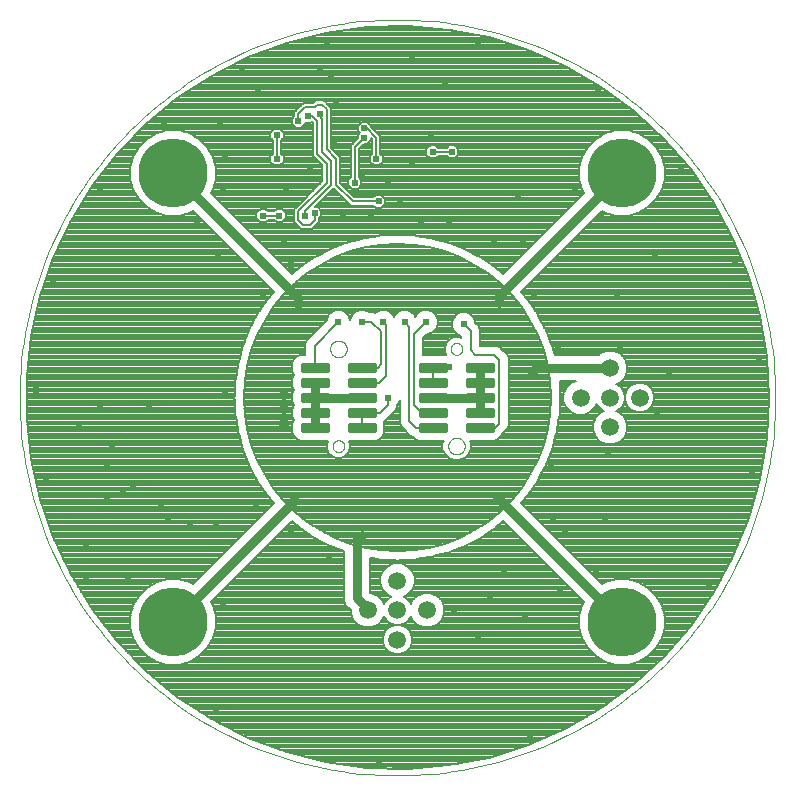
<source format=gbl>
G75*
%MOIN*%
%OFA0B0*%
%FSLAX25Y25*%
%IPPOS*%
%LPD*%
%AMOC8*
5,1,8,0,0,1.08239X$1,22.5*
%
%ADD10C,0.00394*%
%ADD11C,0.05906*%
%ADD12C,0.23000*%
%ADD13C,0.01575*%
%ADD14C,0.00000*%
%ADD15C,0.00787*%
%ADD16C,0.02381*%
%ADD17C,0.03150*%
%ADD18C,0.03562*%
D10*
X0001394Y0127378D02*
X0001432Y0130470D01*
X0001546Y0133560D01*
X0001735Y0136646D01*
X0002001Y0139727D01*
X0002341Y0142800D01*
X0002758Y0145864D01*
X0003249Y0148916D01*
X0003815Y0151956D01*
X0004455Y0154981D01*
X0005170Y0157990D01*
X0005958Y0160980D01*
X0006819Y0163949D01*
X0007753Y0166897D01*
X0008759Y0169821D01*
X0009836Y0172719D01*
X0010984Y0175590D01*
X0012202Y0178432D01*
X0013490Y0181243D01*
X0014846Y0184022D01*
X0016270Y0186766D01*
X0017761Y0189475D01*
X0019318Y0192147D01*
X0020940Y0194779D01*
X0022626Y0197371D01*
X0024375Y0199921D01*
X0026187Y0202427D01*
X0028059Y0204887D01*
X0029991Y0207301D01*
X0031982Y0209667D01*
X0034030Y0211984D01*
X0036134Y0214249D01*
X0038294Y0216462D01*
X0040507Y0218622D01*
X0042772Y0220726D01*
X0045089Y0222774D01*
X0047455Y0224765D01*
X0049869Y0226697D01*
X0052329Y0228569D01*
X0054835Y0230381D01*
X0057385Y0232130D01*
X0059977Y0233816D01*
X0062609Y0235438D01*
X0065281Y0236995D01*
X0067990Y0238486D01*
X0070734Y0239910D01*
X0073513Y0241266D01*
X0076324Y0242554D01*
X0079166Y0243772D01*
X0082037Y0244920D01*
X0084935Y0245997D01*
X0087859Y0247003D01*
X0090807Y0247937D01*
X0093776Y0248798D01*
X0096766Y0249586D01*
X0099775Y0250301D01*
X0102800Y0250941D01*
X0105840Y0251507D01*
X0108892Y0251998D01*
X0111956Y0252415D01*
X0115029Y0252755D01*
X0118110Y0253021D01*
X0121196Y0253210D01*
X0124286Y0253324D01*
X0127378Y0253362D01*
X0130470Y0253324D01*
X0133560Y0253210D01*
X0136646Y0253021D01*
X0139727Y0252755D01*
X0142800Y0252415D01*
X0145864Y0251998D01*
X0148916Y0251507D01*
X0151956Y0250941D01*
X0154981Y0250301D01*
X0157990Y0249586D01*
X0160980Y0248798D01*
X0163949Y0247937D01*
X0166897Y0247003D01*
X0169821Y0245997D01*
X0172719Y0244920D01*
X0175590Y0243772D01*
X0178432Y0242554D01*
X0181243Y0241266D01*
X0184022Y0239910D01*
X0186766Y0238486D01*
X0189475Y0236995D01*
X0192147Y0235438D01*
X0194779Y0233816D01*
X0197371Y0232130D01*
X0199921Y0230381D01*
X0202427Y0228569D01*
X0204887Y0226697D01*
X0207301Y0224765D01*
X0209667Y0222774D01*
X0211984Y0220726D01*
X0214249Y0218622D01*
X0216462Y0216462D01*
X0218622Y0214249D01*
X0220726Y0211984D01*
X0222774Y0209667D01*
X0224765Y0207301D01*
X0226697Y0204887D01*
X0228569Y0202427D01*
X0230381Y0199921D01*
X0232130Y0197371D01*
X0233816Y0194779D01*
X0235438Y0192147D01*
X0236995Y0189475D01*
X0238486Y0186766D01*
X0239910Y0184022D01*
X0241266Y0181243D01*
X0242554Y0178432D01*
X0243772Y0175590D01*
X0244920Y0172719D01*
X0245997Y0169821D01*
X0247003Y0166897D01*
X0247937Y0163949D01*
X0248798Y0160980D01*
X0249586Y0157990D01*
X0250301Y0154981D01*
X0250941Y0151956D01*
X0251507Y0148916D01*
X0251998Y0145864D01*
X0252415Y0142800D01*
X0252755Y0139727D01*
X0253021Y0136646D01*
X0253210Y0133560D01*
X0253324Y0130470D01*
X0253362Y0127378D01*
X0253324Y0124286D01*
X0253210Y0121196D01*
X0253021Y0118110D01*
X0252755Y0115029D01*
X0252415Y0111956D01*
X0251998Y0108892D01*
X0251507Y0105840D01*
X0250941Y0102800D01*
X0250301Y0099775D01*
X0249586Y0096766D01*
X0248798Y0093776D01*
X0247937Y0090807D01*
X0247003Y0087859D01*
X0245997Y0084935D01*
X0244920Y0082037D01*
X0243772Y0079166D01*
X0242554Y0076324D01*
X0241266Y0073513D01*
X0239910Y0070734D01*
X0238486Y0067990D01*
X0236995Y0065281D01*
X0235438Y0062609D01*
X0233816Y0059977D01*
X0232130Y0057385D01*
X0230381Y0054835D01*
X0228569Y0052329D01*
X0226697Y0049869D01*
X0224765Y0047455D01*
X0222774Y0045089D01*
X0220726Y0042772D01*
X0218622Y0040507D01*
X0216462Y0038294D01*
X0214249Y0036134D01*
X0211984Y0034030D01*
X0209667Y0031982D01*
X0207301Y0029991D01*
X0204887Y0028059D01*
X0202427Y0026187D01*
X0199921Y0024375D01*
X0197371Y0022626D01*
X0194779Y0020940D01*
X0192147Y0019318D01*
X0189475Y0017761D01*
X0186766Y0016270D01*
X0184022Y0014846D01*
X0181243Y0013490D01*
X0178432Y0012202D01*
X0175590Y0010984D01*
X0172719Y0009836D01*
X0169821Y0008759D01*
X0166897Y0007753D01*
X0163949Y0006819D01*
X0160980Y0005958D01*
X0157990Y0005170D01*
X0154981Y0004455D01*
X0151956Y0003815D01*
X0148916Y0003249D01*
X0145864Y0002758D01*
X0142800Y0002341D01*
X0139727Y0002001D01*
X0136646Y0001735D01*
X0133560Y0001546D01*
X0130470Y0001432D01*
X0127378Y0001394D01*
X0124286Y0001432D01*
X0121196Y0001546D01*
X0118110Y0001735D01*
X0115029Y0002001D01*
X0111956Y0002341D01*
X0108892Y0002758D01*
X0105840Y0003249D01*
X0102800Y0003815D01*
X0099775Y0004455D01*
X0096766Y0005170D01*
X0093776Y0005958D01*
X0090807Y0006819D01*
X0087859Y0007753D01*
X0084935Y0008759D01*
X0082037Y0009836D01*
X0079166Y0010984D01*
X0076324Y0012202D01*
X0073513Y0013490D01*
X0070734Y0014846D01*
X0067990Y0016270D01*
X0065281Y0017761D01*
X0062609Y0019318D01*
X0059977Y0020940D01*
X0057385Y0022626D01*
X0054835Y0024375D01*
X0052329Y0026187D01*
X0049869Y0028059D01*
X0047455Y0029991D01*
X0045089Y0031982D01*
X0042772Y0034030D01*
X0040507Y0036134D01*
X0038294Y0038294D01*
X0036134Y0040507D01*
X0034030Y0042772D01*
X0031982Y0045089D01*
X0029991Y0047455D01*
X0028059Y0049869D01*
X0026187Y0052329D01*
X0024375Y0054835D01*
X0022626Y0057385D01*
X0020940Y0059977D01*
X0019318Y0062609D01*
X0017761Y0065281D01*
X0016270Y0067990D01*
X0014846Y0070734D01*
X0013490Y0073513D01*
X0012202Y0076324D01*
X0010984Y0079166D01*
X0009836Y0082037D01*
X0008759Y0084935D01*
X0007753Y0087859D01*
X0006819Y0090807D01*
X0005958Y0093776D01*
X0005170Y0096766D01*
X0004455Y0099775D01*
X0003815Y0102800D01*
X0003249Y0105840D01*
X0002758Y0108892D01*
X0002341Y0111956D01*
X0002001Y0115029D01*
X0001735Y0118110D01*
X0001546Y0121196D01*
X0001432Y0124286D01*
X0001394Y0127378D01*
D11*
X0117535Y0056512D03*
X0127378Y0056512D03*
X0137220Y0056512D03*
X0127378Y0046669D03*
X0127378Y0066354D03*
X0188402Y0127378D03*
X0198244Y0127378D03*
X0198244Y0137220D03*
X0208087Y0127378D03*
X0198244Y0117535D03*
D12*
X0202181Y0052575D03*
X0202181Y0202181D03*
X0052575Y0202181D03*
X0052575Y0052575D03*
D13*
X0095882Y0116590D02*
X0095882Y0118166D01*
X0103756Y0118166D01*
X0103756Y0116590D01*
X0095882Y0116590D01*
X0095882Y0118164D02*
X0103756Y0118164D01*
X0095882Y0121590D02*
X0095882Y0123166D01*
X0103756Y0123166D01*
X0103756Y0121590D01*
X0095882Y0121590D01*
X0095882Y0123164D02*
X0103756Y0123164D01*
X0095882Y0126590D02*
X0095882Y0128166D01*
X0103756Y0128166D01*
X0103756Y0126590D01*
X0095882Y0126590D01*
X0095882Y0128164D02*
X0103756Y0128164D01*
X0095882Y0131590D02*
X0095882Y0133166D01*
X0103756Y0133166D01*
X0103756Y0131590D01*
X0095882Y0131590D01*
X0095882Y0133164D02*
X0103756Y0133164D01*
X0095882Y0136590D02*
X0095882Y0138166D01*
X0103756Y0138166D01*
X0103756Y0136590D01*
X0095882Y0136590D01*
X0095882Y0138164D02*
X0103756Y0138164D01*
X0111630Y0138166D02*
X0111630Y0136590D01*
X0111630Y0138166D02*
X0119504Y0138166D01*
X0119504Y0136590D01*
X0111630Y0136590D01*
X0111630Y0138164D02*
X0119504Y0138164D01*
X0111630Y0133166D02*
X0111630Y0131590D01*
X0111630Y0133166D02*
X0119504Y0133166D01*
X0119504Y0131590D01*
X0111630Y0131590D01*
X0111630Y0133164D02*
X0119504Y0133164D01*
X0111630Y0128166D02*
X0111630Y0126590D01*
X0111630Y0128166D02*
X0119504Y0128166D01*
X0119504Y0126590D01*
X0111630Y0126590D01*
X0111630Y0128164D02*
X0119504Y0128164D01*
X0111630Y0123166D02*
X0111630Y0121590D01*
X0111630Y0123166D02*
X0119504Y0123166D01*
X0119504Y0121590D01*
X0111630Y0121590D01*
X0111630Y0123164D02*
X0119504Y0123164D01*
X0111630Y0118166D02*
X0111630Y0116590D01*
X0111630Y0118166D02*
X0119504Y0118166D01*
X0119504Y0116590D01*
X0111630Y0116590D01*
X0111630Y0118164D02*
X0119504Y0118164D01*
X0143126Y0118166D02*
X0143126Y0116590D01*
X0135252Y0116590D01*
X0135252Y0118166D01*
X0143126Y0118166D01*
X0143126Y0118164D02*
X0135252Y0118164D01*
X0143126Y0121590D02*
X0143126Y0123166D01*
X0143126Y0121590D02*
X0135252Y0121590D01*
X0135252Y0123166D01*
X0143126Y0123166D01*
X0143126Y0123164D02*
X0135252Y0123164D01*
X0143126Y0126590D02*
X0143126Y0128166D01*
X0143126Y0126590D02*
X0135252Y0126590D01*
X0135252Y0128166D01*
X0143126Y0128166D01*
X0143126Y0128164D02*
X0135252Y0128164D01*
X0143126Y0131590D02*
X0143126Y0133166D01*
X0143126Y0131590D02*
X0135252Y0131590D01*
X0135252Y0133166D01*
X0143126Y0133166D01*
X0143126Y0133164D02*
X0135252Y0133164D01*
X0143126Y0136590D02*
X0143126Y0138166D01*
X0143126Y0136590D02*
X0135252Y0136590D01*
X0135252Y0138166D01*
X0143126Y0138166D01*
X0143126Y0138164D02*
X0135252Y0138164D01*
X0158874Y0138166D02*
X0158874Y0136590D01*
X0151000Y0136590D01*
X0151000Y0138166D01*
X0158874Y0138166D01*
X0158874Y0138164D02*
X0151000Y0138164D01*
X0158874Y0133166D02*
X0158874Y0131590D01*
X0151000Y0131590D01*
X0151000Y0133166D01*
X0158874Y0133166D01*
X0158874Y0133164D02*
X0151000Y0133164D01*
X0158874Y0128166D02*
X0158874Y0126590D01*
X0151000Y0126590D01*
X0151000Y0128166D01*
X0158874Y0128166D01*
X0158874Y0128164D02*
X0151000Y0128164D01*
X0158874Y0123166D02*
X0158874Y0121590D01*
X0151000Y0121590D01*
X0151000Y0123166D01*
X0158874Y0123166D01*
X0158874Y0123164D02*
X0151000Y0123164D01*
X0158874Y0118166D02*
X0158874Y0116590D01*
X0151000Y0116590D01*
X0151000Y0118166D01*
X0158874Y0118166D01*
X0158874Y0118164D02*
X0151000Y0118164D01*
D14*
X0144307Y0111177D02*
X0144309Y0111282D01*
X0144315Y0111387D01*
X0144325Y0111491D01*
X0144339Y0111595D01*
X0144357Y0111699D01*
X0144379Y0111801D01*
X0144404Y0111903D01*
X0144434Y0112004D01*
X0144467Y0112103D01*
X0144504Y0112201D01*
X0144545Y0112298D01*
X0144590Y0112393D01*
X0144638Y0112486D01*
X0144689Y0112578D01*
X0144745Y0112667D01*
X0144803Y0112754D01*
X0144865Y0112839D01*
X0144929Y0112922D01*
X0144997Y0113002D01*
X0145068Y0113079D01*
X0145142Y0113153D01*
X0145219Y0113225D01*
X0145298Y0113294D01*
X0145380Y0113359D01*
X0145464Y0113422D01*
X0145551Y0113481D01*
X0145640Y0113537D01*
X0145731Y0113590D01*
X0145824Y0113639D01*
X0145918Y0113684D01*
X0146014Y0113726D01*
X0146112Y0113764D01*
X0146211Y0113798D01*
X0146312Y0113829D01*
X0146413Y0113855D01*
X0146516Y0113878D01*
X0146619Y0113897D01*
X0146723Y0113912D01*
X0146827Y0113923D01*
X0146932Y0113930D01*
X0147037Y0113933D01*
X0147142Y0113932D01*
X0147247Y0113927D01*
X0147351Y0113918D01*
X0147455Y0113905D01*
X0147559Y0113888D01*
X0147662Y0113867D01*
X0147764Y0113842D01*
X0147865Y0113814D01*
X0147964Y0113781D01*
X0148063Y0113745D01*
X0148160Y0113705D01*
X0148255Y0113662D01*
X0148349Y0113614D01*
X0148441Y0113564D01*
X0148531Y0113510D01*
X0148619Y0113452D01*
X0148704Y0113391D01*
X0148787Y0113327D01*
X0148868Y0113260D01*
X0148946Y0113190D01*
X0149021Y0113116D01*
X0149093Y0113041D01*
X0149163Y0112962D01*
X0149229Y0112881D01*
X0149293Y0112797D01*
X0149353Y0112711D01*
X0149409Y0112623D01*
X0149463Y0112532D01*
X0149513Y0112440D01*
X0149559Y0112346D01*
X0149602Y0112250D01*
X0149641Y0112152D01*
X0149676Y0112054D01*
X0149707Y0111953D01*
X0149735Y0111852D01*
X0149759Y0111750D01*
X0149779Y0111647D01*
X0149795Y0111543D01*
X0149807Y0111439D01*
X0149815Y0111334D01*
X0149819Y0111229D01*
X0149819Y0111125D01*
X0149815Y0111020D01*
X0149807Y0110915D01*
X0149795Y0110811D01*
X0149779Y0110707D01*
X0149759Y0110604D01*
X0149735Y0110502D01*
X0149707Y0110401D01*
X0149676Y0110300D01*
X0149641Y0110202D01*
X0149602Y0110104D01*
X0149559Y0110008D01*
X0149513Y0109914D01*
X0149463Y0109822D01*
X0149409Y0109731D01*
X0149353Y0109643D01*
X0149293Y0109557D01*
X0149229Y0109473D01*
X0149163Y0109392D01*
X0149093Y0109313D01*
X0149021Y0109238D01*
X0148946Y0109164D01*
X0148868Y0109094D01*
X0148787Y0109027D01*
X0148704Y0108963D01*
X0148619Y0108902D01*
X0148531Y0108844D01*
X0148441Y0108790D01*
X0148349Y0108740D01*
X0148255Y0108692D01*
X0148160Y0108649D01*
X0148063Y0108609D01*
X0147964Y0108573D01*
X0147865Y0108540D01*
X0147764Y0108512D01*
X0147662Y0108487D01*
X0147559Y0108466D01*
X0147455Y0108449D01*
X0147351Y0108436D01*
X0147247Y0108427D01*
X0147142Y0108422D01*
X0147037Y0108421D01*
X0146932Y0108424D01*
X0146827Y0108431D01*
X0146723Y0108442D01*
X0146619Y0108457D01*
X0146516Y0108476D01*
X0146413Y0108499D01*
X0146312Y0108525D01*
X0146211Y0108556D01*
X0146112Y0108590D01*
X0146014Y0108628D01*
X0145918Y0108670D01*
X0145824Y0108715D01*
X0145731Y0108764D01*
X0145640Y0108817D01*
X0145551Y0108873D01*
X0145464Y0108932D01*
X0145380Y0108995D01*
X0145298Y0109060D01*
X0145219Y0109129D01*
X0145142Y0109201D01*
X0145068Y0109275D01*
X0144997Y0109352D01*
X0144929Y0109432D01*
X0144865Y0109515D01*
X0144803Y0109600D01*
X0144745Y0109687D01*
X0144689Y0109776D01*
X0144638Y0109868D01*
X0144590Y0109961D01*
X0144545Y0110056D01*
X0144504Y0110153D01*
X0144467Y0110251D01*
X0144434Y0110350D01*
X0144404Y0110451D01*
X0144379Y0110553D01*
X0144357Y0110655D01*
X0144339Y0110759D01*
X0144325Y0110863D01*
X0144315Y0110967D01*
X0144309Y0111072D01*
X0144307Y0111177D01*
X0145094Y0143579D02*
X0145096Y0143667D01*
X0145102Y0143755D01*
X0145112Y0143843D01*
X0145126Y0143931D01*
X0145143Y0144017D01*
X0145165Y0144103D01*
X0145190Y0144187D01*
X0145220Y0144271D01*
X0145252Y0144353D01*
X0145289Y0144433D01*
X0145329Y0144512D01*
X0145373Y0144589D01*
X0145420Y0144664D01*
X0145470Y0144736D01*
X0145524Y0144807D01*
X0145580Y0144874D01*
X0145640Y0144940D01*
X0145702Y0145002D01*
X0145768Y0145062D01*
X0145835Y0145118D01*
X0145906Y0145172D01*
X0145978Y0145222D01*
X0146053Y0145269D01*
X0146130Y0145313D01*
X0146209Y0145353D01*
X0146289Y0145390D01*
X0146371Y0145422D01*
X0146455Y0145452D01*
X0146539Y0145477D01*
X0146625Y0145499D01*
X0146711Y0145516D01*
X0146799Y0145530D01*
X0146887Y0145540D01*
X0146975Y0145546D01*
X0147063Y0145548D01*
X0147151Y0145546D01*
X0147239Y0145540D01*
X0147327Y0145530D01*
X0147415Y0145516D01*
X0147501Y0145499D01*
X0147587Y0145477D01*
X0147671Y0145452D01*
X0147755Y0145422D01*
X0147837Y0145390D01*
X0147917Y0145353D01*
X0147996Y0145313D01*
X0148073Y0145269D01*
X0148148Y0145222D01*
X0148220Y0145172D01*
X0148291Y0145118D01*
X0148358Y0145062D01*
X0148424Y0145002D01*
X0148486Y0144940D01*
X0148546Y0144874D01*
X0148602Y0144807D01*
X0148656Y0144736D01*
X0148706Y0144664D01*
X0148753Y0144589D01*
X0148797Y0144512D01*
X0148837Y0144433D01*
X0148874Y0144353D01*
X0148906Y0144271D01*
X0148936Y0144187D01*
X0148961Y0144103D01*
X0148983Y0144017D01*
X0149000Y0143931D01*
X0149014Y0143843D01*
X0149024Y0143755D01*
X0149030Y0143667D01*
X0149032Y0143579D01*
X0149030Y0143491D01*
X0149024Y0143403D01*
X0149014Y0143315D01*
X0149000Y0143227D01*
X0148983Y0143141D01*
X0148961Y0143055D01*
X0148936Y0142971D01*
X0148906Y0142887D01*
X0148874Y0142805D01*
X0148837Y0142725D01*
X0148797Y0142646D01*
X0148753Y0142569D01*
X0148706Y0142494D01*
X0148656Y0142422D01*
X0148602Y0142351D01*
X0148546Y0142284D01*
X0148486Y0142218D01*
X0148424Y0142156D01*
X0148358Y0142096D01*
X0148291Y0142040D01*
X0148220Y0141986D01*
X0148148Y0141936D01*
X0148073Y0141889D01*
X0147996Y0141845D01*
X0147917Y0141805D01*
X0147837Y0141768D01*
X0147755Y0141736D01*
X0147671Y0141706D01*
X0147587Y0141681D01*
X0147501Y0141659D01*
X0147415Y0141642D01*
X0147327Y0141628D01*
X0147239Y0141618D01*
X0147151Y0141612D01*
X0147063Y0141610D01*
X0146975Y0141612D01*
X0146887Y0141618D01*
X0146799Y0141628D01*
X0146711Y0141642D01*
X0146625Y0141659D01*
X0146539Y0141681D01*
X0146455Y0141706D01*
X0146371Y0141736D01*
X0146289Y0141768D01*
X0146209Y0141805D01*
X0146130Y0141845D01*
X0146053Y0141889D01*
X0145978Y0141936D01*
X0145906Y0141986D01*
X0145835Y0142040D01*
X0145768Y0142096D01*
X0145702Y0142156D01*
X0145640Y0142218D01*
X0145580Y0142284D01*
X0145524Y0142351D01*
X0145470Y0142422D01*
X0145420Y0142494D01*
X0145373Y0142569D01*
X0145329Y0142646D01*
X0145289Y0142725D01*
X0145252Y0142805D01*
X0145220Y0142887D01*
X0145190Y0142971D01*
X0145165Y0143055D01*
X0145143Y0143141D01*
X0145126Y0143227D01*
X0145112Y0143315D01*
X0145102Y0143403D01*
X0145096Y0143491D01*
X0145094Y0143579D01*
X0104937Y0143579D02*
X0104939Y0143684D01*
X0104945Y0143789D01*
X0104955Y0143893D01*
X0104969Y0143997D01*
X0104987Y0144101D01*
X0105009Y0144203D01*
X0105034Y0144305D01*
X0105064Y0144406D01*
X0105097Y0144505D01*
X0105134Y0144603D01*
X0105175Y0144700D01*
X0105220Y0144795D01*
X0105268Y0144888D01*
X0105319Y0144980D01*
X0105375Y0145069D01*
X0105433Y0145156D01*
X0105495Y0145241D01*
X0105559Y0145324D01*
X0105627Y0145404D01*
X0105698Y0145481D01*
X0105772Y0145555D01*
X0105849Y0145627D01*
X0105928Y0145696D01*
X0106010Y0145761D01*
X0106094Y0145824D01*
X0106181Y0145883D01*
X0106270Y0145939D01*
X0106361Y0145992D01*
X0106454Y0146041D01*
X0106548Y0146086D01*
X0106644Y0146128D01*
X0106742Y0146166D01*
X0106841Y0146200D01*
X0106942Y0146231D01*
X0107043Y0146257D01*
X0107146Y0146280D01*
X0107249Y0146299D01*
X0107353Y0146314D01*
X0107457Y0146325D01*
X0107562Y0146332D01*
X0107667Y0146335D01*
X0107772Y0146334D01*
X0107877Y0146329D01*
X0107981Y0146320D01*
X0108085Y0146307D01*
X0108189Y0146290D01*
X0108292Y0146269D01*
X0108394Y0146244D01*
X0108495Y0146216D01*
X0108594Y0146183D01*
X0108693Y0146147D01*
X0108790Y0146107D01*
X0108885Y0146064D01*
X0108979Y0146016D01*
X0109071Y0145966D01*
X0109161Y0145912D01*
X0109249Y0145854D01*
X0109334Y0145793D01*
X0109417Y0145729D01*
X0109498Y0145662D01*
X0109576Y0145592D01*
X0109651Y0145518D01*
X0109723Y0145443D01*
X0109793Y0145364D01*
X0109859Y0145283D01*
X0109923Y0145199D01*
X0109983Y0145113D01*
X0110039Y0145025D01*
X0110093Y0144934D01*
X0110143Y0144842D01*
X0110189Y0144748D01*
X0110232Y0144652D01*
X0110271Y0144554D01*
X0110306Y0144456D01*
X0110337Y0144355D01*
X0110365Y0144254D01*
X0110389Y0144152D01*
X0110409Y0144049D01*
X0110425Y0143945D01*
X0110437Y0143841D01*
X0110445Y0143736D01*
X0110449Y0143631D01*
X0110449Y0143527D01*
X0110445Y0143422D01*
X0110437Y0143317D01*
X0110425Y0143213D01*
X0110409Y0143109D01*
X0110389Y0143006D01*
X0110365Y0142904D01*
X0110337Y0142803D01*
X0110306Y0142702D01*
X0110271Y0142604D01*
X0110232Y0142506D01*
X0110189Y0142410D01*
X0110143Y0142316D01*
X0110093Y0142224D01*
X0110039Y0142133D01*
X0109983Y0142045D01*
X0109923Y0141959D01*
X0109859Y0141875D01*
X0109793Y0141794D01*
X0109723Y0141715D01*
X0109651Y0141640D01*
X0109576Y0141566D01*
X0109498Y0141496D01*
X0109417Y0141429D01*
X0109334Y0141365D01*
X0109249Y0141304D01*
X0109161Y0141246D01*
X0109071Y0141192D01*
X0108979Y0141142D01*
X0108885Y0141094D01*
X0108790Y0141051D01*
X0108693Y0141011D01*
X0108594Y0140975D01*
X0108495Y0140942D01*
X0108394Y0140914D01*
X0108292Y0140889D01*
X0108189Y0140868D01*
X0108085Y0140851D01*
X0107981Y0140838D01*
X0107877Y0140829D01*
X0107772Y0140824D01*
X0107667Y0140823D01*
X0107562Y0140826D01*
X0107457Y0140833D01*
X0107353Y0140844D01*
X0107249Y0140859D01*
X0107146Y0140878D01*
X0107043Y0140901D01*
X0106942Y0140927D01*
X0106841Y0140958D01*
X0106742Y0140992D01*
X0106644Y0141030D01*
X0106548Y0141072D01*
X0106454Y0141117D01*
X0106361Y0141166D01*
X0106270Y0141219D01*
X0106181Y0141275D01*
X0106094Y0141334D01*
X0106010Y0141397D01*
X0105928Y0141462D01*
X0105849Y0141531D01*
X0105772Y0141603D01*
X0105698Y0141677D01*
X0105627Y0141754D01*
X0105559Y0141834D01*
X0105495Y0141917D01*
X0105433Y0142002D01*
X0105375Y0142089D01*
X0105319Y0142178D01*
X0105268Y0142270D01*
X0105220Y0142363D01*
X0105175Y0142458D01*
X0105134Y0142555D01*
X0105097Y0142653D01*
X0105064Y0142752D01*
X0105034Y0142853D01*
X0105009Y0142955D01*
X0104987Y0143057D01*
X0104969Y0143161D01*
X0104955Y0143265D01*
X0104945Y0143369D01*
X0104939Y0143474D01*
X0104937Y0143579D01*
X0105724Y0111177D02*
X0105726Y0111265D01*
X0105732Y0111353D01*
X0105742Y0111441D01*
X0105756Y0111529D01*
X0105773Y0111615D01*
X0105795Y0111701D01*
X0105820Y0111785D01*
X0105850Y0111869D01*
X0105882Y0111951D01*
X0105919Y0112031D01*
X0105959Y0112110D01*
X0106003Y0112187D01*
X0106050Y0112262D01*
X0106100Y0112334D01*
X0106154Y0112405D01*
X0106210Y0112472D01*
X0106270Y0112538D01*
X0106332Y0112600D01*
X0106398Y0112660D01*
X0106465Y0112716D01*
X0106536Y0112770D01*
X0106608Y0112820D01*
X0106683Y0112867D01*
X0106760Y0112911D01*
X0106839Y0112951D01*
X0106919Y0112988D01*
X0107001Y0113020D01*
X0107085Y0113050D01*
X0107169Y0113075D01*
X0107255Y0113097D01*
X0107341Y0113114D01*
X0107429Y0113128D01*
X0107517Y0113138D01*
X0107605Y0113144D01*
X0107693Y0113146D01*
X0107781Y0113144D01*
X0107869Y0113138D01*
X0107957Y0113128D01*
X0108045Y0113114D01*
X0108131Y0113097D01*
X0108217Y0113075D01*
X0108301Y0113050D01*
X0108385Y0113020D01*
X0108467Y0112988D01*
X0108547Y0112951D01*
X0108626Y0112911D01*
X0108703Y0112867D01*
X0108778Y0112820D01*
X0108850Y0112770D01*
X0108921Y0112716D01*
X0108988Y0112660D01*
X0109054Y0112600D01*
X0109116Y0112538D01*
X0109176Y0112472D01*
X0109232Y0112405D01*
X0109286Y0112334D01*
X0109336Y0112262D01*
X0109383Y0112187D01*
X0109427Y0112110D01*
X0109467Y0112031D01*
X0109504Y0111951D01*
X0109536Y0111869D01*
X0109566Y0111785D01*
X0109591Y0111701D01*
X0109613Y0111615D01*
X0109630Y0111529D01*
X0109644Y0111441D01*
X0109654Y0111353D01*
X0109660Y0111265D01*
X0109662Y0111177D01*
X0109660Y0111089D01*
X0109654Y0111001D01*
X0109644Y0110913D01*
X0109630Y0110825D01*
X0109613Y0110739D01*
X0109591Y0110653D01*
X0109566Y0110569D01*
X0109536Y0110485D01*
X0109504Y0110403D01*
X0109467Y0110323D01*
X0109427Y0110244D01*
X0109383Y0110167D01*
X0109336Y0110092D01*
X0109286Y0110020D01*
X0109232Y0109949D01*
X0109176Y0109882D01*
X0109116Y0109816D01*
X0109054Y0109754D01*
X0108988Y0109694D01*
X0108921Y0109638D01*
X0108850Y0109584D01*
X0108778Y0109534D01*
X0108703Y0109487D01*
X0108626Y0109443D01*
X0108547Y0109403D01*
X0108467Y0109366D01*
X0108385Y0109334D01*
X0108301Y0109304D01*
X0108217Y0109279D01*
X0108131Y0109257D01*
X0108045Y0109240D01*
X0107957Y0109226D01*
X0107869Y0109216D01*
X0107781Y0109210D01*
X0107693Y0109208D01*
X0107605Y0109210D01*
X0107517Y0109216D01*
X0107429Y0109226D01*
X0107341Y0109240D01*
X0107255Y0109257D01*
X0107169Y0109279D01*
X0107085Y0109304D01*
X0107001Y0109334D01*
X0106919Y0109366D01*
X0106839Y0109403D01*
X0106760Y0109443D01*
X0106683Y0109487D01*
X0106608Y0109534D01*
X0106536Y0109584D01*
X0106465Y0109638D01*
X0106398Y0109694D01*
X0106332Y0109754D01*
X0106270Y0109816D01*
X0106210Y0109882D01*
X0106154Y0109949D01*
X0106100Y0110020D01*
X0106050Y0110092D01*
X0106003Y0110167D01*
X0105959Y0110244D01*
X0105919Y0110323D01*
X0105882Y0110403D01*
X0105850Y0110485D01*
X0105820Y0110569D01*
X0105795Y0110653D01*
X0105773Y0110739D01*
X0105756Y0110825D01*
X0105742Y0110913D01*
X0105732Y0111001D01*
X0105726Y0111089D01*
X0105724Y0111177D01*
D15*
X0047717Y0039118D02*
X0040759Y0039118D01*
X0039994Y0039903D02*
X0046010Y0039903D01*
X0047072Y0039290D02*
X0050698Y0038319D01*
X0054452Y0038319D01*
X0058077Y0039290D01*
X0061328Y0041167D01*
X0063982Y0043821D01*
X0065859Y0047072D01*
X0066831Y0050698D01*
X0066831Y0054452D01*
X0065859Y0058077D01*
X0065253Y0059128D01*
X0092183Y0086058D01*
X0094957Y0083811D01*
X0095054Y0083671D01*
X0095441Y0083420D01*
X0095799Y0083130D01*
X0095962Y0083081D01*
X0099689Y0080661D01*
X0099799Y0080532D01*
X0100210Y0080322D01*
X0100597Y0080071D01*
X0100764Y0080040D01*
X0104724Y0078023D01*
X0104847Y0077906D01*
X0105278Y0077740D01*
X0105689Y0077531D01*
X0105858Y0077518D01*
X0109661Y0076058D01*
X0109661Y0059587D01*
X0110321Y0057996D01*
X0111539Y0056777D01*
X0111827Y0056490D01*
X0111827Y0055376D01*
X0112696Y0053278D01*
X0114302Y0051672D01*
X0116400Y0050803D01*
X0118671Y0050803D01*
X0120769Y0051672D01*
X0122375Y0053278D01*
X0122883Y0054504D01*
X0123206Y0053724D01*
X0124590Y0052340D01*
X0126399Y0051591D01*
X0128357Y0051591D01*
X0130166Y0052340D01*
X0131550Y0053724D01*
X0131873Y0054504D01*
X0132381Y0053278D01*
X0133987Y0051672D01*
X0136085Y0050803D01*
X0138356Y0050803D01*
X0140454Y0051672D01*
X0142060Y0053278D01*
X0142929Y0055376D01*
X0142929Y0057647D01*
X0142060Y0059745D01*
X0140454Y0061351D01*
X0138356Y0062220D01*
X0136085Y0062220D01*
X0133987Y0061351D01*
X0132381Y0059745D01*
X0131873Y0058519D01*
X0131550Y0059299D01*
X0130166Y0060684D01*
X0129386Y0061007D01*
X0130612Y0061515D01*
X0132218Y0063121D01*
X0133087Y0065219D01*
X0133087Y0067490D01*
X0132218Y0069588D01*
X0130612Y0071194D01*
X0128513Y0072063D01*
X0126242Y0072063D01*
X0124144Y0071194D01*
X0122538Y0069588D01*
X0121669Y0067490D01*
X0121669Y0065219D01*
X0122538Y0063121D01*
X0124144Y0061515D01*
X0125370Y0061007D01*
X0124590Y0060684D01*
X0123206Y0059299D01*
X0122883Y0058519D01*
X0122375Y0059745D01*
X0120769Y0061351D01*
X0118671Y0062220D01*
X0118345Y0062220D01*
X0118323Y0062243D01*
X0118323Y0073875D01*
X0121084Y0073438D01*
X0121238Y0073365D01*
X0121698Y0073341D01*
X0122154Y0073268D01*
X0122319Y0073308D01*
X0126757Y0073075D01*
X0126917Y0073019D01*
X0127378Y0073043D01*
X0127839Y0073019D01*
X0127999Y0073075D01*
X0132437Y0073308D01*
X0132602Y0073268D01*
X0133058Y0073341D01*
X0133518Y0073365D01*
X0133672Y0073438D01*
X0138061Y0074133D01*
X0138229Y0074111D01*
X0138675Y0074230D01*
X0139131Y0074302D01*
X0139275Y0074391D01*
X0143568Y0075541D01*
X0143738Y0075537D01*
X0144168Y0075702D01*
X0144614Y0075822D01*
X0144749Y0075925D01*
X0148898Y0077518D01*
X0149067Y0077531D01*
X0149478Y0077740D01*
X0149909Y0077906D01*
X0150032Y0078023D01*
X0153991Y0080040D01*
X0154158Y0080071D01*
X0154546Y0080322D01*
X0154957Y0080532D01*
X0155067Y0080661D01*
X0158794Y0083081D01*
X0158957Y0083130D01*
X0159315Y0083420D01*
X0159702Y0083671D01*
X0159798Y0083811D01*
X0162573Y0086058D01*
X0189503Y0059128D01*
X0188897Y0058077D01*
X0187925Y0054452D01*
X0187925Y0050698D01*
X0188897Y0047072D01*
X0190774Y0043821D01*
X0193428Y0041167D01*
X0196679Y0039290D01*
X0200304Y0038319D01*
X0204058Y0038319D01*
X0207684Y0039290D01*
X0210934Y0041167D01*
X0213589Y0043821D01*
X0215465Y0047072D01*
X0216437Y0050698D01*
X0216437Y0054452D01*
X0215465Y0058077D01*
X0213589Y0061328D01*
X0210934Y0063982D01*
X0207684Y0065859D01*
X0204058Y0066831D01*
X0200304Y0066831D01*
X0196679Y0065859D01*
X0195628Y0065253D01*
X0168698Y0092183D01*
X0170945Y0094957D01*
X0171085Y0095054D01*
X0171336Y0095441D01*
X0171626Y0095799D01*
X0171675Y0095962D01*
X0174095Y0099689D01*
X0174224Y0099799D01*
X0174433Y0100210D01*
X0174685Y0100597D01*
X0174716Y0100764D01*
X0176733Y0104724D01*
X0176850Y0104847D01*
X0177015Y0105278D01*
X0177225Y0105689D01*
X0177238Y0105858D01*
X0178831Y0110007D01*
X0178934Y0110142D01*
X0179054Y0110588D01*
X0179219Y0111018D01*
X0179215Y0111188D01*
X0180365Y0115481D01*
X0180453Y0115625D01*
X0180526Y0116081D01*
X0180645Y0116527D01*
X0180623Y0116695D01*
X0181318Y0121084D01*
X0181391Y0121238D01*
X0181415Y0121698D01*
X0181487Y0122154D01*
X0181448Y0122319D01*
X0181680Y0126757D01*
X0181737Y0126917D01*
X0181713Y0127378D01*
X0181737Y0127839D01*
X0181680Y0127999D01*
X0181448Y0132437D01*
X0181487Y0132602D01*
X0181442Y0132890D01*
X0186791Y0132890D01*
X0185168Y0132218D01*
X0183562Y0130612D01*
X0182693Y0128513D01*
X0182693Y0126242D01*
X0183562Y0124144D01*
X0185168Y0122538D01*
X0187266Y0121669D01*
X0189537Y0121669D01*
X0191635Y0122538D01*
X0193241Y0124144D01*
X0193749Y0125370D01*
X0194072Y0124590D01*
X0195456Y0123206D01*
X0196236Y0122883D01*
X0195010Y0122375D01*
X0193405Y0120769D01*
X0192535Y0118671D01*
X0192535Y0116400D01*
X0193405Y0114302D01*
X0195010Y0112696D01*
X0197109Y0111827D01*
X0199380Y0111827D01*
X0201478Y0112696D01*
X0203084Y0114302D01*
X0203953Y0116400D01*
X0203953Y0118671D01*
X0203084Y0120769D01*
X0201478Y0122375D01*
X0200252Y0122883D01*
X0201032Y0123206D01*
X0202416Y0124590D01*
X0203165Y0126399D01*
X0203165Y0128357D01*
X0202416Y0130166D01*
X0201032Y0131550D01*
X0200252Y0131873D01*
X0201478Y0132381D01*
X0203084Y0133987D01*
X0203953Y0136085D01*
X0203953Y0138356D01*
X0203084Y0140454D01*
X0201478Y0142060D01*
X0199380Y0142929D01*
X0197109Y0142929D01*
X0195010Y0142060D01*
X0194502Y0141551D01*
X0179755Y0141551D01*
X0179215Y0143568D01*
X0179219Y0143738D01*
X0179054Y0144168D01*
X0178934Y0144614D01*
X0178831Y0144749D01*
X0177238Y0148898D01*
X0177225Y0149067D01*
X0177015Y0149478D01*
X0176850Y0149909D01*
X0176733Y0150032D01*
X0174716Y0153991D01*
X0174685Y0154158D01*
X0174433Y0154546D01*
X0174224Y0154957D01*
X0174095Y0155067D01*
X0171675Y0158794D01*
X0171626Y0158957D01*
X0171336Y0159315D01*
X0171085Y0159702D01*
X0170945Y0159798D01*
X0168698Y0162573D01*
X0195628Y0189503D01*
X0196679Y0188897D01*
X0200304Y0187925D01*
X0204058Y0187925D01*
X0207684Y0188897D01*
X0210934Y0190774D01*
X0213589Y0193428D01*
X0215465Y0196679D01*
X0216437Y0200304D01*
X0216437Y0204058D01*
X0215465Y0207684D01*
X0213589Y0210934D01*
X0210934Y0213589D01*
X0207684Y0215465D01*
X0204058Y0216437D01*
X0200304Y0216437D01*
X0196679Y0215465D01*
X0193428Y0213589D01*
X0190774Y0210934D01*
X0188897Y0207684D01*
X0187925Y0204058D01*
X0187925Y0200304D01*
X0188897Y0196679D01*
X0189503Y0195628D01*
X0162573Y0168698D01*
X0159798Y0170945D01*
X0159702Y0171085D01*
X0159315Y0171336D01*
X0158957Y0171626D01*
X0158794Y0171675D01*
X0155067Y0174095D01*
X0154957Y0174224D01*
X0154546Y0174433D01*
X0154158Y0174685D01*
X0153991Y0174716D01*
X0150032Y0176733D01*
X0149909Y0176850D01*
X0149478Y0177015D01*
X0149067Y0177225D01*
X0148898Y0177238D01*
X0144749Y0178831D01*
X0144614Y0178934D01*
X0144168Y0179054D01*
X0143738Y0179219D01*
X0143568Y0179215D01*
X0139275Y0180365D01*
X0139131Y0180453D01*
X0138675Y0180526D01*
X0138229Y0180645D01*
X0138061Y0180623D01*
X0133672Y0181318D01*
X0133518Y0181391D01*
X0133058Y0181415D01*
X0132602Y0181487D01*
X0132437Y0181448D01*
X0127999Y0181680D01*
X0127839Y0181737D01*
X0127378Y0181713D01*
X0126917Y0181737D01*
X0126757Y0181680D01*
X0122319Y0181448D01*
X0122154Y0181487D01*
X0121698Y0181415D01*
X0121238Y0181391D01*
X0121084Y0181318D01*
X0116695Y0180623D01*
X0116527Y0180645D01*
X0116081Y0180526D01*
X0115625Y0180453D01*
X0115481Y0180365D01*
X0111188Y0179215D01*
X0111018Y0179219D01*
X0110588Y0179054D01*
X0110142Y0178934D01*
X0110007Y0178831D01*
X0105858Y0177238D01*
X0105689Y0177225D01*
X0105278Y0177015D01*
X0104847Y0176850D01*
X0104724Y0176733D01*
X0100764Y0174716D01*
X0100597Y0174685D01*
X0100210Y0174433D01*
X0099799Y0174224D01*
X0099689Y0174095D01*
X0095962Y0171675D01*
X0095799Y0171626D01*
X0095441Y0171336D01*
X0095054Y0171085D01*
X0094957Y0170945D01*
X0092183Y0168698D01*
X0065253Y0195628D01*
X0065859Y0196679D01*
X0066831Y0200304D01*
X0066831Y0204058D01*
X0065859Y0207684D01*
X0063982Y0210934D01*
X0061328Y0213589D01*
X0058077Y0215465D01*
X0054452Y0216437D01*
X0050698Y0216437D01*
X0047072Y0215465D01*
X0043821Y0213589D01*
X0041167Y0210934D01*
X0039290Y0207684D01*
X0038319Y0204058D01*
X0038319Y0200304D01*
X0039290Y0196679D01*
X0041167Y0193428D01*
X0043821Y0190774D01*
X0047072Y0188897D01*
X0050698Y0187925D01*
X0054452Y0187925D01*
X0058077Y0188897D01*
X0059128Y0189503D01*
X0086058Y0162573D01*
X0083811Y0159798D01*
X0083671Y0159702D01*
X0083420Y0159315D01*
X0083130Y0158957D01*
X0083081Y0158794D01*
X0080661Y0155067D01*
X0080532Y0154957D01*
X0080322Y0154546D01*
X0080071Y0154158D01*
X0080040Y0153991D01*
X0078023Y0150032D01*
X0077906Y0149909D01*
X0077740Y0149478D01*
X0077531Y0149067D01*
X0077518Y0148898D01*
X0075925Y0144749D01*
X0075822Y0144614D01*
X0075702Y0144168D01*
X0075537Y0143738D01*
X0075541Y0143568D01*
X0074391Y0139275D01*
X0074302Y0139131D01*
X0074230Y0138675D01*
X0074111Y0138229D01*
X0074133Y0138061D01*
X0073438Y0133672D01*
X0073365Y0133518D01*
X0073341Y0133058D01*
X0073268Y0132602D01*
X0073308Y0132437D01*
X0073075Y0127999D01*
X0073019Y0127839D01*
X0073043Y0127378D01*
X0073019Y0126917D01*
X0073075Y0126757D01*
X0073308Y0122319D01*
X0073268Y0122154D01*
X0073341Y0121698D01*
X0073365Y0121238D01*
X0073438Y0121084D01*
X0074133Y0116695D01*
X0074111Y0116527D01*
X0074230Y0116081D01*
X0074302Y0115625D01*
X0074391Y0115481D01*
X0075541Y0111188D01*
X0075537Y0111018D01*
X0075702Y0110588D01*
X0075822Y0110142D01*
X0075925Y0110007D01*
X0077518Y0105858D01*
X0077531Y0105689D01*
X0077740Y0105278D01*
X0077906Y0104847D01*
X0078023Y0104724D01*
X0080040Y0100764D01*
X0080071Y0100597D01*
X0080322Y0100210D01*
X0080532Y0099799D01*
X0080661Y0099689D01*
X0083081Y0095962D01*
X0083130Y0095799D01*
X0083420Y0095441D01*
X0083671Y0095054D01*
X0083811Y0094957D01*
X0086058Y0092183D01*
X0059128Y0065253D01*
X0058077Y0065859D01*
X0054452Y0066831D01*
X0050698Y0066831D01*
X0047072Y0065859D01*
X0043821Y0063982D01*
X0041167Y0061328D01*
X0039290Y0058077D01*
X0038319Y0054452D01*
X0038319Y0050698D01*
X0039290Y0047072D01*
X0041167Y0043821D01*
X0043821Y0041167D01*
X0047072Y0039290D01*
X0044649Y0040689D02*
X0039230Y0040689D01*
X0038465Y0041475D02*
X0043513Y0041475D01*
X0042728Y0042261D02*
X0037701Y0042261D01*
X0036936Y0043047D02*
X0041942Y0043047D01*
X0041161Y0043833D02*
X0036171Y0043833D01*
X0035407Y0044619D02*
X0040707Y0044619D01*
X0040253Y0045405D02*
X0034642Y0045405D01*
X0034005Y0046060D02*
X0025626Y0056825D01*
X0018482Y0068447D01*
X0012660Y0080784D01*
X0008231Y0093686D01*
X0005248Y0106998D01*
X0003747Y0120557D01*
X0003747Y0134199D01*
X0005248Y0147758D01*
X0008231Y0161070D01*
X0012660Y0173972D01*
X0018482Y0186309D01*
X0025626Y0197931D01*
X0034005Y0208696D01*
X0043518Y0218474D01*
X0054048Y0227147D01*
X0065468Y0234608D01*
X0077640Y0240768D01*
X0090416Y0245551D01*
X0103641Y0248900D01*
X0117153Y0250774D01*
X0130790Y0251150D01*
X0144385Y0250023D01*
X0157774Y0247408D01*
X0170794Y0243336D01*
X0183286Y0237856D01*
X0195100Y0231035D01*
X0206093Y0222956D01*
X0216129Y0213716D01*
X0225088Y0203429D01*
X0232862Y0192219D01*
X0239354Y0180221D01*
X0244488Y0167582D01*
X0248200Y0154455D01*
X0250445Y0140999D01*
X0251197Y0127378D01*
X0250445Y0113757D01*
X0248200Y0100301D01*
X0244488Y0087174D01*
X0239354Y0074535D01*
X0232862Y0062537D01*
X0225088Y0051327D01*
X0216129Y0041039D01*
X0206093Y0031800D01*
X0195100Y0023721D01*
X0183286Y0016900D01*
X0170794Y0011420D01*
X0157774Y0007348D01*
X0144385Y0004733D01*
X0130790Y0003606D01*
X0117153Y0003982D01*
X0103641Y0005856D01*
X0090416Y0009205D01*
X0077640Y0013988D01*
X0065468Y0020148D01*
X0054048Y0027609D01*
X0043518Y0036281D01*
X0034005Y0046060D01*
X0033903Y0046191D02*
X0039799Y0046191D01*
X0039346Y0046977D02*
X0033292Y0046977D01*
X0032680Y0047763D02*
X0039105Y0047763D01*
X0038895Y0048548D02*
X0032068Y0048548D01*
X0031456Y0049334D02*
X0038684Y0049334D01*
X0038474Y0050120D02*
X0030845Y0050120D01*
X0030233Y0050906D02*
X0038319Y0050906D01*
X0038319Y0051692D02*
X0029621Y0051692D01*
X0029010Y0052478D02*
X0038319Y0052478D01*
X0038319Y0053264D02*
X0028398Y0053264D01*
X0027786Y0054050D02*
X0038319Y0054050D01*
X0038422Y0054836D02*
X0027175Y0054836D01*
X0026563Y0055622D02*
X0038632Y0055622D01*
X0038843Y0056408D02*
X0025951Y0056408D01*
X0025400Y0057194D02*
X0039054Y0057194D01*
X0039264Y0057979D02*
X0024917Y0057979D01*
X0024434Y0058765D02*
X0039688Y0058765D01*
X0040141Y0059551D02*
X0023950Y0059551D01*
X0023467Y0060337D02*
X0040595Y0060337D01*
X0041049Y0061123D02*
X0022984Y0061123D01*
X0022501Y0061909D02*
X0041748Y0061909D01*
X0042534Y0062695D02*
X0022018Y0062695D01*
X0021535Y0063481D02*
X0043320Y0063481D01*
X0044314Y0064267D02*
X0021052Y0064267D01*
X0020569Y0065053D02*
X0045675Y0065053D01*
X0047037Y0065839D02*
X0020086Y0065839D01*
X0019603Y0066624D02*
X0049928Y0066624D01*
X0055221Y0066624D02*
X0060500Y0066624D01*
X0059714Y0065839D02*
X0058113Y0065839D01*
X0061286Y0067410D02*
X0019119Y0067410D01*
X0018636Y0068196D02*
X0062072Y0068196D01*
X0062858Y0068982D02*
X0018230Y0068982D01*
X0017859Y0069768D02*
X0063644Y0069768D01*
X0064430Y0070554D02*
X0017488Y0070554D01*
X0017117Y0071340D02*
X0065215Y0071340D01*
X0066001Y0072126D02*
X0016746Y0072126D01*
X0016375Y0072912D02*
X0066787Y0072912D01*
X0067573Y0073698D02*
X0016004Y0073698D01*
X0015634Y0074484D02*
X0068359Y0074484D01*
X0069145Y0075270D02*
X0015263Y0075270D01*
X0014892Y0076055D02*
X0069931Y0076055D01*
X0070717Y0076841D02*
X0014521Y0076841D01*
X0014150Y0077627D02*
X0071503Y0077627D01*
X0072289Y0078413D02*
X0013779Y0078413D01*
X0013408Y0079199D02*
X0073075Y0079199D01*
X0073860Y0079985D02*
X0013037Y0079985D01*
X0012667Y0080771D02*
X0074646Y0080771D01*
X0075432Y0081557D02*
X0012395Y0081557D01*
X0012125Y0082343D02*
X0076218Y0082343D01*
X0077004Y0083129D02*
X0011855Y0083129D01*
X0011586Y0083915D02*
X0077790Y0083915D01*
X0078576Y0084700D02*
X0011316Y0084700D01*
X0011046Y0085486D02*
X0079362Y0085486D01*
X0080148Y0086272D02*
X0010776Y0086272D01*
X0010506Y0087058D02*
X0080934Y0087058D01*
X0081720Y0087844D02*
X0010237Y0087844D01*
X0009967Y0088630D02*
X0082505Y0088630D01*
X0083291Y0089416D02*
X0009697Y0089416D01*
X0009427Y0090202D02*
X0084077Y0090202D01*
X0084863Y0090988D02*
X0009157Y0090988D01*
X0008888Y0091774D02*
X0085649Y0091774D01*
X0085753Y0092560D02*
X0008618Y0092560D01*
X0008348Y0093346D02*
X0085117Y0093346D01*
X0084480Y0094131D02*
X0008131Y0094131D01*
X0007955Y0094917D02*
X0083844Y0094917D01*
X0083207Y0095703D02*
X0007779Y0095703D01*
X0007603Y0096489D02*
X0082739Y0096489D01*
X0082229Y0097275D02*
X0007427Y0097275D01*
X0007251Y0098061D02*
X0081718Y0098061D01*
X0081208Y0098847D02*
X0007074Y0098847D01*
X0006898Y0099633D02*
X0080698Y0099633D01*
X0080187Y0100419D02*
X0006722Y0100419D01*
X0006546Y0101205D02*
X0079816Y0101205D01*
X0079415Y0101991D02*
X0006370Y0101991D01*
X0006194Y0102776D02*
X0079015Y0102776D01*
X0078615Y0103562D02*
X0006018Y0103562D01*
X0005842Y0104348D02*
X0078214Y0104348D01*
X0077796Y0105134D02*
X0005665Y0105134D01*
X0005489Y0105920D02*
X0077494Y0105920D01*
X0077192Y0106706D02*
X0005313Y0106706D01*
X0005193Y0107492D02*
X0076891Y0107492D01*
X0076589Y0108278D02*
X0005106Y0108278D01*
X0005019Y0109064D02*
X0076287Y0109064D01*
X0075985Y0109850D02*
X0004932Y0109850D01*
X0004845Y0110636D02*
X0075684Y0110636D01*
X0075479Y0111422D02*
X0004758Y0111422D01*
X0004671Y0112207D02*
X0075268Y0112207D01*
X0075058Y0112993D02*
X0004584Y0112993D01*
X0004497Y0113779D02*
X0074847Y0113779D01*
X0074636Y0114565D02*
X0004410Y0114565D01*
X0004323Y0115351D02*
X0074426Y0115351D01*
X0074215Y0116137D02*
X0004236Y0116137D01*
X0004149Y0116923D02*
X0074097Y0116923D01*
X0073972Y0117709D02*
X0004062Y0117709D01*
X0003975Y0118495D02*
X0073848Y0118495D01*
X0073724Y0119281D02*
X0003888Y0119281D01*
X0003801Y0120067D02*
X0073599Y0120067D01*
X0073475Y0120852D02*
X0003747Y0120852D01*
X0003747Y0121638D02*
X0073344Y0121638D01*
X0073303Y0122424D02*
X0003747Y0122424D01*
X0003747Y0123210D02*
X0073261Y0123210D01*
X0073220Y0123996D02*
X0003747Y0123996D01*
X0003747Y0124782D02*
X0073179Y0124782D01*
X0073138Y0125568D02*
X0003747Y0125568D01*
X0003747Y0126354D02*
X0073097Y0126354D01*
X0073030Y0127140D02*
X0003747Y0127140D01*
X0003747Y0127926D02*
X0073050Y0127926D01*
X0073113Y0128712D02*
X0003747Y0128712D01*
X0003747Y0129498D02*
X0073154Y0129498D01*
X0073195Y0130283D02*
X0003747Y0130283D01*
X0003747Y0131069D02*
X0073236Y0131069D01*
X0073278Y0131855D02*
X0003747Y0131855D01*
X0003747Y0132641D02*
X0073275Y0132641D01*
X0073360Y0133427D02*
X0003747Y0133427D01*
X0003749Y0134213D02*
X0073524Y0134213D01*
X0073648Y0134999D02*
X0003836Y0134999D01*
X0003923Y0135785D02*
X0073773Y0135785D01*
X0073897Y0136571D02*
X0004010Y0136571D01*
X0004097Y0137357D02*
X0074022Y0137357D01*
X0074122Y0138143D02*
X0004184Y0138143D01*
X0004271Y0138928D02*
X0074270Y0138928D01*
X0074509Y0139714D02*
X0004358Y0139714D01*
X0004445Y0140500D02*
X0074719Y0140500D01*
X0074930Y0141286D02*
X0004531Y0141286D01*
X0004618Y0142072D02*
X0075141Y0142072D01*
X0075351Y0142858D02*
X0004705Y0142858D01*
X0004792Y0143644D02*
X0075539Y0143644D01*
X0075772Y0144430D02*
X0004879Y0144430D01*
X0004966Y0145216D02*
X0076104Y0145216D01*
X0076406Y0146002D02*
X0005053Y0146002D01*
X0005140Y0146788D02*
X0076708Y0146788D01*
X0077009Y0147573D02*
X0005227Y0147573D01*
X0005383Y0148359D02*
X0077311Y0148359D01*
X0077571Y0149145D02*
X0005559Y0149145D01*
X0005735Y0149931D02*
X0077927Y0149931D01*
X0078372Y0150717D02*
X0005911Y0150717D01*
X0006087Y0151503D02*
X0078772Y0151503D01*
X0079173Y0152289D02*
X0006263Y0152289D01*
X0006439Y0153075D02*
X0079573Y0153075D01*
X0079974Y0153861D02*
X0006615Y0153861D01*
X0006792Y0154647D02*
X0080374Y0154647D01*
X0080899Y0155433D02*
X0006968Y0155433D01*
X0007144Y0156219D02*
X0081409Y0156219D01*
X0081919Y0157004D02*
X0007320Y0157004D01*
X0007496Y0157790D02*
X0082430Y0157790D01*
X0082940Y0158576D02*
X0007672Y0158576D01*
X0007848Y0159362D02*
X0083450Y0159362D01*
X0084094Y0160148D02*
X0008024Y0160148D01*
X0008201Y0160934D02*
X0084731Y0160934D01*
X0085367Y0161720D02*
X0008454Y0161720D01*
X0008724Y0162506D02*
X0086004Y0162506D01*
X0085340Y0163292D02*
X0008994Y0163292D01*
X0009264Y0164078D02*
X0084554Y0164078D01*
X0083768Y0164864D02*
X0009533Y0164864D01*
X0009803Y0165649D02*
X0082982Y0165649D01*
X0082196Y0166435D02*
X0010073Y0166435D01*
X0010343Y0167221D02*
X0081410Y0167221D01*
X0080624Y0168007D02*
X0010613Y0168007D01*
X0010883Y0168793D02*
X0079838Y0168793D01*
X0079052Y0169579D02*
X0011152Y0169579D01*
X0011422Y0170365D02*
X0078266Y0170365D01*
X0077480Y0171151D02*
X0011692Y0171151D01*
X0011962Y0171937D02*
X0076695Y0171937D01*
X0075909Y0172723D02*
X0012232Y0172723D01*
X0012501Y0173509D02*
X0075123Y0173509D01*
X0074337Y0174295D02*
X0012813Y0174295D01*
X0013183Y0175080D02*
X0073551Y0175080D01*
X0072765Y0175866D02*
X0013554Y0175866D01*
X0013925Y0176652D02*
X0071979Y0176652D01*
X0071193Y0177438D02*
X0014296Y0177438D01*
X0014667Y0178224D02*
X0070407Y0178224D01*
X0069621Y0179010D02*
X0015038Y0179010D01*
X0015409Y0179796D02*
X0068835Y0179796D01*
X0068050Y0180582D02*
X0015780Y0180582D01*
X0016151Y0181368D02*
X0067264Y0181368D01*
X0066478Y0182154D02*
X0016521Y0182154D01*
X0016892Y0182940D02*
X0065692Y0182940D01*
X0064906Y0183725D02*
X0017263Y0183725D01*
X0017634Y0184511D02*
X0064120Y0184511D01*
X0063334Y0185297D02*
X0018005Y0185297D01*
X0018376Y0186083D02*
X0062548Y0186083D01*
X0061762Y0186869D02*
X0018827Y0186869D01*
X0019310Y0187655D02*
X0060976Y0187655D01*
X0060190Y0188441D02*
X0056377Y0188441D01*
X0058649Y0189227D02*
X0059404Y0189227D01*
X0065366Y0195514D02*
X0098290Y0195514D01*
X0097504Y0194728D02*
X0066152Y0194728D01*
X0066938Y0193942D02*
X0096718Y0193942D01*
X0095932Y0193156D02*
X0067724Y0193156D01*
X0068510Y0192371D02*
X0095146Y0192371D01*
X0094360Y0191585D02*
X0069296Y0191585D01*
X0070082Y0190799D02*
X0093574Y0190799D01*
X0093736Y0190961D02*
X0092929Y0190153D01*
X0092929Y0185862D01*
X0094504Y0184287D01*
X0095311Y0183480D01*
X0098815Y0183480D01*
X0100390Y0185055D01*
X0101197Y0185862D01*
X0101197Y0187098D01*
X0101994Y0187894D01*
X0101994Y0189696D01*
X0100720Y0190970D01*
X0100005Y0190970D01*
X0106118Y0197083D01*
X0106335Y0196866D01*
X0111039Y0192162D01*
X0111039Y0192162D01*
X0111847Y0191354D01*
X0119381Y0191354D01*
X0120178Y0190557D01*
X0121980Y0190557D01*
X0123254Y0191831D01*
X0123254Y0193633D01*
X0121980Y0194907D01*
X0120178Y0194907D01*
X0119381Y0194110D01*
X0112988Y0194110D01*
X0108283Y0198815D01*
X0108283Y0207476D01*
X0105134Y0210626D01*
X0105134Y0224012D01*
X0104327Y0224819D01*
X0102752Y0226394D01*
X0100036Y0226394D01*
X0099248Y0225606D01*
X0096099Y0225606D01*
X0095291Y0224799D01*
X0092929Y0222437D01*
X0092929Y0221202D01*
X0092132Y0220405D01*
X0092132Y0218603D01*
X0093406Y0217329D01*
X0095208Y0217329D01*
X0096482Y0218603D01*
X0096482Y0218978D01*
X0096556Y0218904D01*
X0098358Y0218904D01*
X0098808Y0219354D01*
X0099228Y0218933D01*
X0099228Y0207910D01*
X0102378Y0204760D01*
X0102378Y0199602D01*
X0093736Y0190961D01*
X0092929Y0190013D02*
X0089079Y0190013D01*
X0088909Y0190183D02*
X0087107Y0190183D01*
X0086310Y0189386D01*
X0084194Y0189386D01*
X0083397Y0190183D01*
X0081595Y0190183D01*
X0080321Y0188909D01*
X0080321Y0187107D01*
X0081595Y0185833D01*
X0083397Y0185833D01*
X0084194Y0186630D01*
X0086310Y0186630D01*
X0087107Y0185833D01*
X0088909Y0185833D01*
X0090183Y0187107D01*
X0090183Y0188909D01*
X0088909Y0190183D01*
X0089864Y0189227D02*
X0092929Y0189227D01*
X0092929Y0188441D02*
X0090183Y0188441D01*
X0090183Y0187655D02*
X0092929Y0187655D01*
X0092929Y0186869D02*
X0089945Y0186869D01*
X0089159Y0186083D02*
X0092929Y0186083D01*
X0093494Y0185297D02*
X0075583Y0185297D01*
X0076369Y0184511D02*
X0094280Y0184511D01*
X0095066Y0183725D02*
X0077155Y0183725D01*
X0077941Y0182940D02*
X0176815Y0182940D01*
X0177601Y0183725D02*
X0099060Y0183725D01*
X0099846Y0184511D02*
X0178387Y0184511D01*
X0179173Y0185297D02*
X0100632Y0185297D01*
X0101197Y0186083D02*
X0179959Y0186083D01*
X0180745Y0186869D02*
X0101197Y0186869D01*
X0101754Y0187655D02*
X0181531Y0187655D01*
X0182316Y0188441D02*
X0101994Y0188441D01*
X0101994Y0189227D02*
X0183102Y0189227D01*
X0183888Y0190013D02*
X0101677Y0190013D01*
X0100891Y0190799D02*
X0119937Y0190799D01*
X0121079Y0192732D02*
X0112417Y0192732D01*
X0106906Y0198244D01*
X0106906Y0206906D01*
X0103756Y0210055D01*
X0103756Y0223441D01*
X0102181Y0225016D01*
X0100606Y0225016D01*
X0099819Y0224228D01*
X0096669Y0224228D01*
X0094307Y0221866D01*
X0094307Y0219504D01*
X0092132Y0219877D02*
X0045221Y0219877D01*
X0044267Y0219092D02*
X0092132Y0219092D01*
X0092430Y0218306D02*
X0043353Y0218306D01*
X0042589Y0217520D02*
X0093216Y0217520D01*
X0095399Y0217520D02*
X0099228Y0217520D01*
X0099228Y0218306D02*
X0096184Y0218306D01*
X0098545Y0219092D02*
X0099070Y0219092D01*
X0100606Y0219504D02*
X0099031Y0221079D01*
X0097457Y0221079D01*
X0100606Y0219504D02*
X0100606Y0208480D01*
X0103756Y0205331D01*
X0103756Y0199031D01*
X0094307Y0189583D01*
X0094307Y0186433D01*
X0095882Y0184858D01*
X0098244Y0184858D01*
X0099819Y0186433D01*
X0099819Y0188795D01*
X0100620Y0191585D02*
X0111616Y0191585D01*
X0110830Y0192371D02*
X0101406Y0192371D01*
X0102192Y0193156D02*
X0110044Y0193156D01*
X0109259Y0193942D02*
X0102978Y0193942D01*
X0103764Y0194728D02*
X0108473Y0194728D01*
X0107687Y0195514D02*
X0104550Y0195514D01*
X0105335Y0196300D02*
X0106901Y0196300D01*
X0106335Y0196866D02*
X0106335Y0196866D01*
X0105331Y0198244D02*
X0096669Y0189583D01*
X0096669Y0188008D01*
X0088008Y0188008D02*
X0082496Y0188008D01*
X0080321Y0187655D02*
X0073225Y0187655D01*
X0072439Y0188441D02*
X0080321Y0188441D01*
X0080639Y0189227D02*
X0071654Y0189227D01*
X0070868Y0190013D02*
X0081425Y0190013D01*
X0083567Y0190013D02*
X0086937Y0190013D01*
X0086857Y0186083D02*
X0083647Y0186083D01*
X0081345Y0186083D02*
X0074797Y0186083D01*
X0074011Y0186869D02*
X0080559Y0186869D01*
X0078727Y0182154D02*
X0176029Y0182154D01*
X0175243Y0181368D02*
X0133567Y0181368D01*
X0133072Y0178224D02*
X0121683Y0178224D01*
X0122028Y0178279D02*
X0116737Y0177441D01*
X0111562Y0176054D01*
X0106561Y0174134D01*
X0101787Y0171702D01*
X0097294Y0168784D01*
X0093131Y0165413D01*
X0089343Y0161625D01*
X0085972Y0157461D01*
X0083054Y0152969D01*
X0080622Y0148195D01*
X0078702Y0143194D01*
X0077315Y0138019D01*
X0076477Y0132728D01*
X0076197Y0127378D01*
X0076477Y0122028D01*
X0077315Y0116737D01*
X0078702Y0111562D01*
X0080622Y0106561D01*
X0083054Y0101787D01*
X0085972Y0097294D01*
X0089343Y0093131D01*
X0093131Y0089343D01*
X0097294Y0085972D01*
X0101787Y0083054D01*
X0106561Y0080622D01*
X0111562Y0078702D01*
X0116737Y0077315D01*
X0122028Y0076477D01*
X0127378Y0076197D01*
X0132728Y0076477D01*
X0138019Y0077315D01*
X0143194Y0078702D01*
X0148195Y0080622D01*
X0152969Y0083054D01*
X0157461Y0085972D01*
X0161625Y0089343D01*
X0165413Y0093131D01*
X0168784Y0097294D01*
X0171702Y0101787D01*
X0174134Y0106561D01*
X0176054Y0111562D01*
X0177441Y0116737D01*
X0178279Y0122028D01*
X0178559Y0127378D01*
X0178279Y0132728D01*
X0177441Y0138019D01*
X0176054Y0143194D01*
X0174134Y0148195D01*
X0171702Y0152969D01*
X0168784Y0157461D01*
X0165413Y0161625D01*
X0161625Y0165413D01*
X0157461Y0168784D01*
X0152969Y0171702D01*
X0148195Y0174134D01*
X0143194Y0176054D01*
X0138019Y0177441D01*
X0132728Y0178279D01*
X0127378Y0178559D01*
X0122028Y0178279D01*
X0121189Y0181368D02*
X0079513Y0181368D01*
X0080299Y0180582D02*
X0116291Y0180582D01*
X0113358Y0179796D02*
X0081084Y0179796D01*
X0081870Y0179010D02*
X0110425Y0179010D01*
X0108427Y0178224D02*
X0082656Y0178224D01*
X0083442Y0177438D02*
X0106379Y0177438D01*
X0104565Y0176652D02*
X0084228Y0176652D01*
X0085014Y0175866D02*
X0103023Y0175866D01*
X0101480Y0175080D02*
X0085800Y0175080D01*
X0086586Y0174295D02*
X0099938Y0174295D01*
X0098786Y0173509D02*
X0087372Y0173509D01*
X0088158Y0172723D02*
X0097576Y0172723D01*
X0096366Y0171937D02*
X0088944Y0171937D01*
X0089730Y0171151D02*
X0095156Y0171151D01*
X0094242Y0170365D02*
X0090515Y0170365D01*
X0091301Y0169579D02*
X0093271Y0169579D01*
X0092301Y0168793D02*
X0092087Y0168793D01*
X0094394Y0166435D02*
X0160362Y0166435D01*
X0161333Y0165649D02*
X0093423Y0165649D01*
X0092582Y0164864D02*
X0162174Y0164864D01*
X0162960Y0164078D02*
X0091796Y0164078D01*
X0091010Y0163292D02*
X0163746Y0163292D01*
X0164532Y0162506D02*
X0090224Y0162506D01*
X0089438Y0161720D02*
X0165318Y0161720D01*
X0165972Y0160934D02*
X0088784Y0160934D01*
X0088147Y0160148D02*
X0166609Y0160148D01*
X0167245Y0159362D02*
X0087511Y0159362D01*
X0086874Y0158576D02*
X0167882Y0158576D01*
X0168518Y0157790D02*
X0086238Y0157790D01*
X0085675Y0157004D02*
X0169081Y0157004D01*
X0169591Y0156219D02*
X0138343Y0156219D01*
X0139062Y0155920D02*
X0137612Y0156521D01*
X0136042Y0156521D01*
X0134591Y0155920D01*
X0133481Y0154810D01*
X0133283Y0154333D01*
X0133086Y0154810D01*
X0131976Y0155920D01*
X0130525Y0156521D01*
X0128955Y0156521D01*
X0127505Y0155920D01*
X0126395Y0154810D01*
X0126197Y0154333D01*
X0125999Y0154810D01*
X0124889Y0155920D01*
X0123439Y0156521D01*
X0121869Y0156521D01*
X0120418Y0155920D01*
X0119965Y0155467D01*
X0119343Y0155724D01*
X0117998Y0155724D01*
X0117802Y0155920D01*
X0116352Y0156521D01*
X0114782Y0156521D01*
X0113331Y0155920D01*
X0112221Y0154810D01*
X0111630Y0153383D01*
X0111039Y0154810D01*
X0109928Y0155920D01*
X0108478Y0156521D01*
X0106908Y0156521D01*
X0105457Y0155920D01*
X0104347Y0154810D01*
X0103746Y0153360D01*
X0103746Y0153083D01*
X0097149Y0146485D01*
X0096669Y0145327D01*
X0096669Y0141709D01*
X0095177Y0141709D01*
X0093875Y0141169D01*
X0092878Y0140172D01*
X0092339Y0138870D01*
X0092339Y0135886D01*
X0092756Y0134878D01*
X0092339Y0133870D01*
X0092339Y0130886D01*
X0092756Y0129878D01*
X0092339Y0128870D01*
X0092339Y0125886D01*
X0092756Y0124878D01*
X0092339Y0123870D01*
X0092339Y0120886D01*
X0092756Y0119878D01*
X0092339Y0118870D01*
X0092339Y0115886D01*
X0092878Y0114583D01*
X0093875Y0113587D01*
X0095177Y0113047D01*
X0104206Y0113047D01*
X0103756Y0111960D01*
X0103756Y0110394D01*
X0104355Y0108947D01*
X0105463Y0107840D01*
X0106910Y0107240D01*
X0108476Y0107240D01*
X0109923Y0107840D01*
X0111031Y0108947D01*
X0111630Y0110394D01*
X0111630Y0111960D01*
X0111180Y0113047D01*
X0120209Y0113047D01*
X0121511Y0113587D01*
X0122508Y0114583D01*
X0123047Y0115886D01*
X0123047Y0118870D01*
X0122799Y0119469D01*
X0123375Y0119708D01*
X0126012Y0122346D01*
X0126898Y0123232D01*
X0127378Y0124389D01*
X0127378Y0124946D01*
X0127574Y0125142D01*
X0128165Y0126570D01*
X0128165Y0118877D01*
X0128645Y0117720D01*
X0129531Y0116834D01*
X0131657Y0114708D01*
X0132454Y0114378D01*
X0133245Y0113587D01*
X0134547Y0113047D01*
X0142724Y0113047D01*
X0142339Y0112117D01*
X0142339Y0110237D01*
X0143058Y0108501D01*
X0144387Y0107172D01*
X0146123Y0106453D01*
X0148003Y0106453D01*
X0149739Y0107172D01*
X0151068Y0108501D01*
X0151787Y0110237D01*
X0151787Y0112117D01*
X0151402Y0113047D01*
X0159579Y0113047D01*
X0160881Y0113587D01*
X0161878Y0114583D01*
X0162105Y0115131D01*
X0163020Y0116046D01*
X0163906Y0116932D01*
X0164386Y0118090D01*
X0164386Y0140603D01*
X0163906Y0141760D01*
X0162332Y0143335D01*
X0161446Y0144221D01*
X0160288Y0144701D01*
X0154937Y0144701D01*
X0154937Y0150052D01*
X0154457Y0151209D01*
X0153372Y0152295D01*
X0153372Y0152572D01*
X0152771Y0154023D01*
X0151661Y0155133D01*
X0150210Y0155734D01*
X0148640Y0155734D01*
X0147190Y0155133D01*
X0146080Y0154023D01*
X0145479Y0152572D01*
X0145479Y0151002D01*
X0146080Y0149552D01*
X0147190Y0148442D01*
X0148638Y0147842D01*
X0148638Y0147188D01*
X0147846Y0147516D01*
X0146280Y0147516D01*
X0144833Y0146916D01*
X0143725Y0145809D01*
X0143126Y0144362D01*
X0143126Y0142796D01*
X0143576Y0141709D01*
X0136039Y0141709D01*
X0136039Y0147333D01*
X0137335Y0148628D01*
X0137612Y0148628D01*
X0139062Y0149229D01*
X0140172Y0150339D01*
X0140773Y0151790D01*
X0140773Y0153360D01*
X0140172Y0154810D01*
X0139062Y0155920D01*
X0139550Y0155433D02*
X0147913Y0155433D01*
X0146703Y0154647D02*
X0140240Y0154647D01*
X0140566Y0153861D02*
X0146012Y0153861D01*
X0145687Y0153075D02*
X0140773Y0153075D01*
X0140773Y0152289D02*
X0145479Y0152289D01*
X0145479Y0151503D02*
X0140654Y0151503D01*
X0140329Y0150717D02*
X0145597Y0150717D01*
X0145922Y0149931D02*
X0139764Y0149931D01*
X0138860Y0149145D02*
X0146486Y0149145D01*
X0147388Y0148359D02*
X0137066Y0148359D01*
X0136280Y0147573D02*
X0148638Y0147573D01*
X0151787Y0149425D02*
X0149425Y0151787D01*
X0151787Y0149425D02*
X0151787Y0143126D01*
X0153362Y0141551D01*
X0159661Y0141551D01*
X0161236Y0139976D01*
X0161236Y0118717D01*
X0159898Y0117378D01*
X0154937Y0117378D01*
X0151424Y0112993D02*
X0176438Y0112993D01*
X0176227Y0112207D02*
X0151750Y0112207D01*
X0151787Y0111422D02*
X0176000Y0111422D01*
X0175698Y0110636D02*
X0151787Y0110636D01*
X0151627Y0109850D02*
X0175397Y0109850D01*
X0175095Y0109064D02*
X0151301Y0109064D01*
X0150845Y0108278D02*
X0174793Y0108278D01*
X0174492Y0107492D02*
X0150059Y0107492D01*
X0148614Y0106706D02*
X0174190Y0106706D01*
X0173808Y0105920D02*
X0080948Y0105920D01*
X0080566Y0106706D02*
X0145512Y0106706D01*
X0144067Y0107492D02*
X0109084Y0107492D01*
X0110361Y0108278D02*
X0143281Y0108278D01*
X0142825Y0109064D02*
X0111079Y0109064D01*
X0111404Y0109850D02*
X0142499Y0109850D01*
X0142339Y0110636D02*
X0111630Y0110636D01*
X0111630Y0111422D02*
X0142339Y0111422D01*
X0142376Y0112207D02*
X0111528Y0112207D01*
X0111202Y0112993D02*
X0142702Y0112993D01*
X0139189Y0117378D02*
X0133441Y0117378D01*
X0131315Y0119504D01*
X0131315Y0151000D01*
X0129740Y0152575D01*
X0128224Y0156219D02*
X0124169Y0156219D01*
X0125377Y0155433D02*
X0127017Y0155433D01*
X0126327Y0154647D02*
X0126067Y0154647D01*
X0123441Y0151787D02*
X0122654Y0152575D01*
X0123441Y0151787D02*
X0123441Y0134465D01*
X0121354Y0132378D01*
X0115567Y0132378D01*
X0115567Y0137378D02*
X0120843Y0137378D01*
X0121866Y0138402D01*
X0121866Y0149425D01*
X0118717Y0152575D01*
X0115567Y0152575D01*
X0117083Y0156219D02*
X0121138Y0156219D01*
X0114051Y0156219D02*
X0109209Y0156219D01*
X0110416Y0155433D02*
X0112844Y0155433D01*
X0112154Y0154647D02*
X0111106Y0154647D01*
X0111432Y0153861D02*
X0111828Y0153861D01*
X0107693Y0152575D02*
X0099819Y0144701D01*
X0099819Y0137378D01*
X0096669Y0142072D02*
X0078401Y0142072D01*
X0078191Y0141286D02*
X0094157Y0141286D01*
X0093206Y0140500D02*
X0077980Y0140500D01*
X0077770Y0139714D02*
X0092688Y0139714D01*
X0092363Y0138928D02*
X0077559Y0138928D01*
X0077348Y0138143D02*
X0092339Y0138143D01*
X0092339Y0137357D02*
X0077210Y0137357D01*
X0077086Y0136571D02*
X0092339Y0136571D01*
X0092380Y0135785D02*
X0076961Y0135785D01*
X0076837Y0134999D02*
X0092706Y0134999D01*
X0092481Y0134213D02*
X0076712Y0134213D01*
X0076588Y0133427D02*
X0092339Y0133427D01*
X0092339Y0132641D02*
X0076473Y0132641D01*
X0076431Y0131855D02*
X0092339Y0131855D01*
X0092339Y0131069D02*
X0076390Y0131069D01*
X0076349Y0130283D02*
X0092588Y0130283D01*
X0092598Y0129498D02*
X0076308Y0129498D01*
X0076267Y0128712D02*
X0092339Y0128712D01*
X0092339Y0127926D02*
X0076226Y0127926D01*
X0076209Y0127140D02*
X0092339Y0127140D01*
X0092339Y0126354D02*
X0076251Y0126354D01*
X0076292Y0125568D02*
X0092470Y0125568D01*
X0092716Y0124782D02*
X0076333Y0124782D01*
X0076374Y0123996D02*
X0092391Y0123996D01*
X0092339Y0123210D02*
X0076415Y0123210D01*
X0076456Y0122424D02*
X0092339Y0122424D01*
X0092339Y0121638D02*
X0076539Y0121638D01*
X0076663Y0120852D02*
X0092352Y0120852D01*
X0092678Y0120067D02*
X0076788Y0120067D01*
X0076912Y0119281D02*
X0092509Y0119281D01*
X0092339Y0118495D02*
X0077037Y0118495D01*
X0077161Y0117709D02*
X0092339Y0117709D01*
X0092339Y0116923D02*
X0077286Y0116923D01*
X0077476Y0116137D02*
X0092339Y0116137D01*
X0092560Y0115351D02*
X0077687Y0115351D01*
X0077897Y0114565D02*
X0092896Y0114565D01*
X0093682Y0113779D02*
X0078108Y0113779D01*
X0078318Y0112993D02*
X0104184Y0112993D01*
X0103858Y0112207D02*
X0078529Y0112207D01*
X0078756Y0111422D02*
X0103756Y0111422D01*
X0103756Y0110636D02*
X0079058Y0110636D01*
X0079359Y0109850D02*
X0103981Y0109850D01*
X0104307Y0109064D02*
X0079661Y0109064D01*
X0079963Y0108278D02*
X0105024Y0108278D01*
X0106302Y0107492D02*
X0080264Y0107492D01*
X0081349Y0105134D02*
X0173407Y0105134D01*
X0173007Y0104348D02*
X0081749Y0104348D01*
X0082149Y0103562D02*
X0172606Y0103562D01*
X0172206Y0102776D02*
X0082550Y0102776D01*
X0082950Y0101991D02*
X0171806Y0101991D01*
X0171324Y0101205D02*
X0083432Y0101205D01*
X0083943Y0100419D02*
X0170813Y0100419D01*
X0170303Y0099633D02*
X0084453Y0099633D01*
X0084963Y0098847D02*
X0169793Y0098847D01*
X0169282Y0098061D02*
X0085474Y0098061D01*
X0085987Y0097275D02*
X0168769Y0097275D01*
X0168132Y0096489D02*
X0086624Y0096489D01*
X0087260Y0095703D02*
X0167496Y0095703D01*
X0166859Y0094917D02*
X0087897Y0094917D01*
X0088533Y0094131D02*
X0166223Y0094131D01*
X0165587Y0093346D02*
X0089169Y0093346D01*
X0089915Y0092560D02*
X0164841Y0092560D01*
X0164055Y0091774D02*
X0090700Y0091774D01*
X0091486Y0090988D02*
X0163270Y0090988D01*
X0162484Y0090202D02*
X0092272Y0090202D01*
X0093058Y0089416D02*
X0161698Y0089416D01*
X0160744Y0088630D02*
X0094012Y0088630D01*
X0094982Y0087844D02*
X0159774Y0087844D01*
X0158803Y0087058D02*
X0095953Y0087058D01*
X0096923Y0086272D02*
X0157833Y0086272D01*
X0156714Y0085486D02*
X0098042Y0085486D01*
X0099252Y0084700D02*
X0155504Y0084700D01*
X0154294Y0083915D02*
X0100462Y0083915D01*
X0101672Y0083129D02*
X0153084Y0083129D01*
X0151573Y0082343D02*
X0103183Y0082343D01*
X0104725Y0081557D02*
X0150030Y0081557D01*
X0148488Y0080771D02*
X0106268Y0080771D01*
X0108219Y0079985D02*
X0146537Y0079985D01*
X0144489Y0079199D02*
X0110267Y0079199D01*
X0112639Y0078413D02*
X0142116Y0078413D01*
X0139183Y0077627D02*
X0115573Y0077627D01*
X0119729Y0076841D02*
X0135027Y0076841D01*
X0135312Y0073698D02*
X0174934Y0073698D01*
X0175720Y0072912D02*
X0118323Y0072912D01*
X0118323Y0073698D02*
X0119444Y0073698D01*
X0118323Y0072126D02*
X0176505Y0072126D01*
X0177291Y0071340D02*
X0130259Y0071340D01*
X0131251Y0070554D02*
X0178077Y0070554D01*
X0178863Y0069768D02*
X0132037Y0069768D01*
X0132468Y0068982D02*
X0179649Y0068982D01*
X0180435Y0068196D02*
X0132794Y0068196D01*
X0133087Y0067410D02*
X0181221Y0067410D01*
X0182007Y0066624D02*
X0133087Y0066624D01*
X0133087Y0065839D02*
X0182793Y0065839D01*
X0183579Y0065053D02*
X0133018Y0065053D01*
X0132692Y0064267D02*
X0184365Y0064267D01*
X0185151Y0063481D02*
X0132367Y0063481D01*
X0131792Y0062695D02*
X0185936Y0062695D01*
X0186722Y0061909D02*
X0139108Y0061909D01*
X0140682Y0061123D02*
X0187508Y0061123D01*
X0188294Y0060337D02*
X0141468Y0060337D01*
X0142140Y0059551D02*
X0189080Y0059551D01*
X0189294Y0058765D02*
X0142466Y0058765D01*
X0142792Y0057979D02*
X0188870Y0057979D01*
X0188660Y0057194D02*
X0142929Y0057194D01*
X0142929Y0056408D02*
X0188449Y0056408D01*
X0188239Y0055622D02*
X0142929Y0055622D01*
X0142705Y0054836D02*
X0188028Y0054836D01*
X0187925Y0054050D02*
X0142380Y0054050D01*
X0142046Y0053264D02*
X0187925Y0053264D01*
X0187925Y0052478D02*
X0141260Y0052478D01*
X0140474Y0051692D02*
X0187925Y0051692D01*
X0187925Y0050906D02*
X0138605Y0050906D01*
X0135836Y0050906D02*
X0130009Y0050906D01*
X0130166Y0050841D02*
X0128357Y0051591D01*
X0126399Y0051591D01*
X0124590Y0050841D01*
X0123206Y0049457D01*
X0122457Y0047648D01*
X0122457Y0045690D01*
X0123206Y0043882D01*
X0124590Y0042497D01*
X0126399Y0041748D01*
X0128357Y0041748D01*
X0130166Y0042497D01*
X0131550Y0043882D01*
X0132299Y0045690D01*
X0132299Y0047648D01*
X0131550Y0049457D01*
X0130166Y0050841D01*
X0130887Y0050120D02*
X0188080Y0050120D01*
X0188291Y0049334D02*
X0131601Y0049334D01*
X0131926Y0048548D02*
X0188501Y0048548D01*
X0188712Y0047763D02*
X0132252Y0047763D01*
X0132299Y0046977D02*
X0188952Y0046977D01*
X0189406Y0046191D02*
X0132299Y0046191D01*
X0132181Y0045405D02*
X0189859Y0045405D01*
X0190313Y0044619D02*
X0131855Y0044619D01*
X0131501Y0043833D02*
X0190767Y0043833D01*
X0191548Y0043047D02*
X0130715Y0043047D01*
X0129596Y0042261D02*
X0192334Y0042261D01*
X0193120Y0041475D02*
X0061636Y0041475D01*
X0062422Y0042261D02*
X0125160Y0042261D01*
X0124040Y0043047D02*
X0063208Y0043047D01*
X0063989Y0043833D02*
X0123255Y0043833D01*
X0122901Y0044619D02*
X0064443Y0044619D01*
X0064897Y0045405D02*
X0122575Y0045405D01*
X0122457Y0046191D02*
X0065350Y0046191D01*
X0065804Y0046977D02*
X0122457Y0046977D01*
X0122504Y0047763D02*
X0066044Y0047763D01*
X0066255Y0048548D02*
X0122830Y0048548D01*
X0123155Y0049334D02*
X0066465Y0049334D01*
X0066676Y0050120D02*
X0123869Y0050120D01*
X0124747Y0050906D02*
X0118920Y0050906D01*
X0120789Y0051692D02*
X0126154Y0051692D01*
X0124452Y0052478D02*
X0121575Y0052478D01*
X0122361Y0053264D02*
X0123666Y0053264D01*
X0123071Y0054050D02*
X0122695Y0054050D01*
X0122781Y0058765D02*
X0122985Y0058765D01*
X0123458Y0059551D02*
X0122455Y0059551D01*
X0121783Y0060337D02*
X0124244Y0060337D01*
X0125090Y0061123D02*
X0120997Y0061123D01*
X0119423Y0061909D02*
X0123750Y0061909D01*
X0122964Y0062695D02*
X0118323Y0062695D01*
X0118323Y0063481D02*
X0122389Y0063481D01*
X0122064Y0064267D02*
X0118323Y0064267D01*
X0118323Y0065053D02*
X0121738Y0065053D01*
X0121669Y0065839D02*
X0118323Y0065839D01*
X0118323Y0066624D02*
X0121669Y0066624D01*
X0121669Y0067410D02*
X0118323Y0067410D01*
X0118323Y0068196D02*
X0121962Y0068196D01*
X0122287Y0068982D02*
X0118323Y0068982D01*
X0118323Y0069768D02*
X0122718Y0069768D01*
X0123504Y0070554D02*
X0118323Y0070554D01*
X0118323Y0071340D02*
X0124497Y0071340D01*
X0131006Y0061909D02*
X0135333Y0061909D01*
X0133758Y0061123D02*
X0129666Y0061123D01*
X0130512Y0060337D02*
X0132973Y0060337D01*
X0132300Y0059551D02*
X0131298Y0059551D01*
X0131771Y0058765D02*
X0131975Y0058765D01*
X0132061Y0054050D02*
X0131685Y0054050D01*
X0131090Y0053264D02*
X0132395Y0053264D01*
X0133181Y0052478D02*
X0130304Y0052478D01*
X0128602Y0051692D02*
X0133967Y0051692D01*
X0116151Y0050906D02*
X0066831Y0050906D01*
X0066831Y0051692D02*
X0114282Y0051692D01*
X0113496Y0052478D02*
X0066831Y0052478D01*
X0066831Y0053264D02*
X0112710Y0053264D01*
X0112376Y0054050D02*
X0066831Y0054050D01*
X0066728Y0054836D02*
X0112051Y0054836D01*
X0111827Y0055622D02*
X0066517Y0055622D01*
X0066307Y0056408D02*
X0111827Y0056408D01*
X0111123Y0057194D02*
X0066096Y0057194D01*
X0065885Y0057979D02*
X0110337Y0057979D01*
X0110002Y0058765D02*
X0065462Y0058765D01*
X0065676Y0059551D02*
X0109676Y0059551D01*
X0109661Y0060337D02*
X0066462Y0060337D01*
X0067248Y0061123D02*
X0109661Y0061123D01*
X0109661Y0061909D02*
X0068034Y0061909D01*
X0068819Y0062695D02*
X0109661Y0062695D01*
X0109661Y0063481D02*
X0069605Y0063481D01*
X0070391Y0064267D02*
X0109661Y0064267D01*
X0109661Y0065053D02*
X0071177Y0065053D01*
X0071963Y0065839D02*
X0109661Y0065839D01*
X0109661Y0066624D02*
X0072749Y0066624D01*
X0073535Y0067410D02*
X0109661Y0067410D01*
X0109661Y0068196D02*
X0074321Y0068196D01*
X0075107Y0068982D02*
X0109661Y0068982D01*
X0109661Y0069768D02*
X0075893Y0069768D01*
X0076679Y0070554D02*
X0109661Y0070554D01*
X0109661Y0071340D02*
X0077464Y0071340D01*
X0078250Y0072126D02*
X0109661Y0072126D01*
X0109661Y0072912D02*
X0079036Y0072912D01*
X0079822Y0073698D02*
X0109661Y0073698D01*
X0109661Y0074484D02*
X0080608Y0074484D01*
X0081394Y0075270D02*
X0109661Y0075270D01*
X0109661Y0076055D02*
X0082180Y0076055D01*
X0082966Y0076841D02*
X0107620Y0076841D01*
X0105500Y0077627D02*
X0083752Y0077627D01*
X0084538Y0078413D02*
X0103958Y0078413D01*
X0102415Y0079199D02*
X0085324Y0079199D01*
X0086110Y0079985D02*
X0100873Y0079985D01*
X0099520Y0080771D02*
X0086895Y0080771D01*
X0087681Y0081557D02*
X0098310Y0081557D01*
X0097099Y0082343D02*
X0088467Y0082343D01*
X0089253Y0083129D02*
X0095802Y0083129D01*
X0094830Y0083915D02*
X0090039Y0083915D01*
X0090825Y0084700D02*
X0093859Y0084700D01*
X0092889Y0085486D02*
X0091611Y0085486D01*
X0115567Y0117378D02*
X0115567Y0122378D01*
X0121591Y0122378D01*
X0124228Y0125016D01*
X0124228Y0127378D01*
X0127215Y0123996D02*
X0128165Y0123996D01*
X0128165Y0123210D02*
X0126877Y0123210D01*
X0126091Y0122424D02*
X0128165Y0122424D01*
X0128165Y0121638D02*
X0125305Y0121638D01*
X0124519Y0120852D02*
X0128165Y0120852D01*
X0128165Y0120067D02*
X0123733Y0120067D01*
X0122877Y0119281D02*
X0128165Y0119281D01*
X0128324Y0118495D02*
X0123047Y0118495D01*
X0123047Y0117709D02*
X0128656Y0117709D01*
X0129442Y0116923D02*
X0123047Y0116923D01*
X0123047Y0116137D02*
X0130228Y0116137D01*
X0131014Y0115351D02*
X0122826Y0115351D01*
X0122490Y0114565D02*
X0132001Y0114565D01*
X0133052Y0113779D02*
X0121704Y0113779D01*
X0127378Y0124782D02*
X0128165Y0124782D01*
X0128165Y0125568D02*
X0127750Y0125568D01*
X0128076Y0126354D02*
X0128165Y0126354D01*
X0132890Y0125016D02*
X0132890Y0148638D01*
X0136827Y0152575D01*
X0135311Y0156219D02*
X0131256Y0156219D01*
X0132463Y0155433D02*
X0134103Y0155433D01*
X0133413Y0154647D02*
X0133154Y0154647D01*
X0136039Y0146788D02*
X0144704Y0146788D01*
X0143918Y0146002D02*
X0136039Y0146002D01*
X0136039Y0145216D02*
X0143480Y0145216D01*
X0143154Y0144430D02*
X0136039Y0144430D01*
X0136039Y0143644D02*
X0143126Y0143644D01*
X0143126Y0142858D02*
X0136039Y0142858D01*
X0136039Y0142072D02*
X0143426Y0142072D01*
X0144701Y0137614D02*
X0144465Y0137378D01*
X0139189Y0137378D01*
X0139189Y0132378D01*
X0132890Y0125016D02*
X0135528Y0122378D01*
X0139189Y0122378D01*
X0161074Y0113779D02*
X0176648Y0113779D01*
X0176859Y0114565D02*
X0161860Y0114565D01*
X0162325Y0115351D02*
X0177069Y0115351D01*
X0177280Y0116137D02*
X0163111Y0116137D01*
X0163897Y0116923D02*
X0177470Y0116923D01*
X0177595Y0117709D02*
X0164228Y0117709D01*
X0164386Y0118495D02*
X0177719Y0118495D01*
X0177844Y0119281D02*
X0164386Y0119281D01*
X0164386Y0120067D02*
X0177968Y0120067D01*
X0178092Y0120852D02*
X0164386Y0120852D01*
X0164386Y0121638D02*
X0178217Y0121638D01*
X0178299Y0122424D02*
X0164386Y0122424D01*
X0164386Y0123210D02*
X0178341Y0123210D01*
X0178382Y0123996D02*
X0164386Y0123996D01*
X0164386Y0124782D02*
X0178423Y0124782D01*
X0178464Y0125568D02*
X0164386Y0125568D01*
X0164386Y0126354D02*
X0178505Y0126354D01*
X0178547Y0127140D02*
X0164386Y0127140D01*
X0164386Y0127926D02*
X0178530Y0127926D01*
X0178489Y0128712D02*
X0164386Y0128712D01*
X0164386Y0129498D02*
X0178448Y0129498D01*
X0178407Y0130283D02*
X0164386Y0130283D01*
X0164386Y0131069D02*
X0178366Y0131069D01*
X0178324Y0131855D02*
X0164386Y0131855D01*
X0164386Y0132641D02*
X0178283Y0132641D01*
X0178168Y0133427D02*
X0164386Y0133427D01*
X0164386Y0134213D02*
X0178043Y0134213D01*
X0177919Y0134999D02*
X0164386Y0134999D01*
X0164386Y0135785D02*
X0177795Y0135785D01*
X0177670Y0136571D02*
X0164386Y0136571D01*
X0164386Y0137357D02*
X0177546Y0137357D01*
X0177408Y0138143D02*
X0164386Y0138143D01*
X0164386Y0138928D02*
X0177197Y0138928D01*
X0176986Y0139714D02*
X0164386Y0139714D01*
X0164386Y0140500D02*
X0176776Y0140500D01*
X0176565Y0141286D02*
X0164103Y0141286D01*
X0163595Y0142072D02*
X0176355Y0142072D01*
X0176144Y0142858D02*
X0162809Y0142858D01*
X0162023Y0143644D02*
X0175881Y0143644D01*
X0175580Y0144430D02*
X0160942Y0144430D01*
X0154937Y0145216D02*
X0175278Y0145216D01*
X0174976Y0146002D02*
X0154937Y0146002D01*
X0154937Y0146788D02*
X0174675Y0146788D01*
X0174373Y0147573D02*
X0154937Y0147573D01*
X0154937Y0148359D02*
X0174051Y0148359D01*
X0173650Y0149145D02*
X0154937Y0149145D01*
X0154937Y0149931D02*
X0173250Y0149931D01*
X0172849Y0150717D02*
X0154661Y0150717D01*
X0154164Y0151503D02*
X0172449Y0151503D01*
X0172048Y0152289D02*
X0153378Y0152289D01*
X0153164Y0153075D02*
X0171633Y0153075D01*
X0171123Y0153861D02*
X0152838Y0153861D01*
X0152147Y0154647D02*
X0170612Y0154647D01*
X0170102Y0155433D02*
X0150937Y0155433D01*
X0159392Y0167221D02*
X0095364Y0167221D01*
X0096335Y0168007D02*
X0158421Y0168007D01*
X0157448Y0168793D02*
X0097308Y0168793D01*
X0098518Y0169579D02*
X0156238Y0169579D01*
X0155027Y0170365D02*
X0099728Y0170365D01*
X0100939Y0171151D02*
X0153817Y0171151D01*
X0152508Y0171937D02*
X0102248Y0171937D01*
X0103790Y0172723D02*
X0150965Y0172723D01*
X0149423Y0173509D02*
X0105333Y0173509D01*
X0106978Y0174295D02*
X0147778Y0174295D01*
X0145730Y0175080D02*
X0109026Y0175080D01*
X0111073Y0175866D02*
X0143683Y0175866D01*
X0140961Y0176652D02*
X0113795Y0176652D01*
X0116728Y0177438D02*
X0138028Y0177438D01*
X0141398Y0179796D02*
X0173671Y0179796D01*
X0172885Y0179010D02*
X0144331Y0179010D01*
X0146329Y0178224D02*
X0172100Y0178224D01*
X0171314Y0177438D02*
X0148377Y0177438D01*
X0150191Y0176652D02*
X0170528Y0176652D01*
X0169742Y0175866D02*
X0151733Y0175866D01*
X0153276Y0175080D02*
X0168956Y0175080D01*
X0168170Y0174295D02*
X0154818Y0174295D01*
X0155970Y0173509D02*
X0167384Y0173509D01*
X0166598Y0172723D02*
X0157180Y0172723D01*
X0158390Y0171937D02*
X0165812Y0171937D01*
X0165026Y0171151D02*
X0159600Y0171151D01*
X0160514Y0170365D02*
X0164240Y0170365D01*
X0163455Y0169579D02*
X0161485Y0169579D01*
X0162455Y0168793D02*
X0162669Y0168793D01*
X0169416Y0163292D02*
X0245701Y0163292D01*
X0245479Y0164078D02*
X0170202Y0164078D01*
X0170988Y0164864D02*
X0245257Y0164864D01*
X0245034Y0165649D02*
X0171774Y0165649D01*
X0172560Y0166435D02*
X0244812Y0166435D01*
X0244590Y0167221D02*
X0173346Y0167221D01*
X0174132Y0168007D02*
X0244315Y0168007D01*
X0243996Y0168793D02*
X0174918Y0168793D01*
X0175704Y0169579D02*
X0243677Y0169579D01*
X0243358Y0170365D02*
X0176489Y0170365D01*
X0177275Y0171151D02*
X0243038Y0171151D01*
X0242719Y0171937D02*
X0178061Y0171937D01*
X0178847Y0172723D02*
X0242400Y0172723D01*
X0242081Y0173509D02*
X0179633Y0173509D01*
X0180419Y0174295D02*
X0241762Y0174295D01*
X0241442Y0175080D02*
X0181205Y0175080D01*
X0181991Y0175866D02*
X0241123Y0175866D01*
X0240804Y0176652D02*
X0182777Y0176652D01*
X0183563Y0177438D02*
X0240485Y0177438D01*
X0240165Y0178224D02*
X0184349Y0178224D01*
X0185135Y0179010D02*
X0239846Y0179010D01*
X0239527Y0179796D02*
X0185920Y0179796D01*
X0186706Y0180582D02*
X0239159Y0180582D01*
X0238734Y0181368D02*
X0187492Y0181368D01*
X0188278Y0182154D02*
X0238309Y0182154D01*
X0237883Y0182940D02*
X0189064Y0182940D01*
X0189850Y0183725D02*
X0237458Y0183725D01*
X0237033Y0184511D02*
X0190636Y0184511D01*
X0191422Y0185297D02*
X0236607Y0185297D01*
X0236182Y0186083D02*
X0192208Y0186083D01*
X0192994Y0186869D02*
X0235757Y0186869D01*
X0235331Y0187655D02*
X0193780Y0187655D01*
X0194565Y0188441D02*
X0198379Y0188441D01*
X0196107Y0189227D02*
X0195351Y0189227D01*
X0189390Y0195514D02*
X0111584Y0195514D01*
X0112370Y0194728D02*
X0119999Y0194728D01*
X0122158Y0194728D02*
X0188604Y0194728D01*
X0187818Y0193942D02*
X0122944Y0193942D01*
X0123254Y0193156D02*
X0187032Y0193156D01*
X0186246Y0192371D02*
X0123254Y0192371D01*
X0123007Y0191585D02*
X0185460Y0191585D01*
X0184674Y0190799D02*
X0122221Y0190799D01*
X0115121Y0197872D02*
X0188577Y0197872D01*
X0188366Y0198658D02*
X0115380Y0198658D01*
X0115380Y0198131D02*
X0115380Y0199932D01*
X0114583Y0200729D01*
X0114583Y0210272D01*
X0116128Y0211817D01*
X0117255Y0211817D01*
X0118529Y0213091D01*
X0118529Y0213806D01*
X0118913Y0213421D01*
X0118913Y0208603D01*
X0118117Y0207806D01*
X0118117Y0206005D01*
X0119391Y0204731D01*
X0121192Y0204731D01*
X0122466Y0206005D01*
X0122466Y0207806D01*
X0121669Y0208603D01*
X0121669Y0214563D01*
X0120862Y0215370D01*
X0118529Y0217703D01*
X0118529Y0218043D01*
X0117255Y0219317D01*
X0115453Y0219317D01*
X0114180Y0218043D01*
X0114180Y0216241D01*
X0114854Y0215567D01*
X0114180Y0214893D01*
X0114180Y0213766D01*
X0111827Y0211413D01*
X0111827Y0200729D01*
X0111030Y0199932D01*
X0111030Y0198131D01*
X0112304Y0196857D01*
X0114106Y0196857D01*
X0115380Y0198131D01*
X0115380Y0199444D02*
X0188156Y0199444D01*
X0187945Y0200230D02*
X0115082Y0200230D01*
X0114583Y0201016D02*
X0187925Y0201016D01*
X0187925Y0201801D02*
X0114583Y0201801D01*
X0114583Y0202587D02*
X0187925Y0202587D01*
X0187925Y0203373D02*
X0114583Y0203373D01*
X0114583Y0204159D02*
X0187952Y0204159D01*
X0188163Y0204945D02*
X0121407Y0204945D01*
X0122193Y0205731D02*
X0188374Y0205731D01*
X0188584Y0206517D02*
X0122466Y0206517D01*
X0122466Y0207303D02*
X0138078Y0207303D01*
X0138288Y0207093D02*
X0140090Y0207093D01*
X0140887Y0207890D01*
X0143791Y0207890D01*
X0144587Y0207093D01*
X0146389Y0207093D01*
X0147663Y0208367D01*
X0147663Y0210169D01*
X0146389Y0211443D01*
X0144587Y0211443D01*
X0143791Y0210646D01*
X0140887Y0210646D01*
X0140090Y0211443D01*
X0138288Y0211443D01*
X0137014Y0210169D01*
X0137014Y0208367D01*
X0138288Y0207093D01*
X0137292Y0208089D02*
X0122184Y0208089D01*
X0121669Y0208875D02*
X0137014Y0208875D01*
X0137014Y0209661D02*
X0121669Y0209661D01*
X0121669Y0210447D02*
X0137292Y0210447D01*
X0138078Y0211232D02*
X0121669Y0211232D01*
X0121669Y0212018D02*
X0191857Y0212018D01*
X0191072Y0211232D02*
X0146599Y0211232D01*
X0147385Y0210447D02*
X0190492Y0210447D01*
X0190038Y0209661D02*
X0147663Y0209661D01*
X0147663Y0208875D02*
X0189584Y0208875D01*
X0189131Y0208089D02*
X0147385Y0208089D01*
X0146599Y0207303D02*
X0188795Y0207303D01*
X0192643Y0212804D02*
X0121669Y0212804D01*
X0121669Y0213590D02*
X0193430Y0213590D01*
X0194792Y0214376D02*
X0121669Y0214376D01*
X0121070Y0215162D02*
X0196153Y0215162D01*
X0198479Y0215948D02*
X0120284Y0215948D01*
X0119498Y0216734D02*
X0212851Y0216734D01*
X0211998Y0217520D02*
X0118712Y0217520D01*
X0118266Y0218306D02*
X0211144Y0218306D01*
X0210290Y0219092D02*
X0117480Y0219092D01*
X0117142Y0217142D02*
X0120291Y0213992D01*
X0120291Y0206906D01*
X0118117Y0206517D02*
X0114583Y0206517D01*
X0114583Y0207303D02*
X0118117Y0207303D01*
X0118399Y0208089D02*
X0114583Y0208089D01*
X0114583Y0208875D02*
X0118913Y0208875D01*
X0118913Y0209661D02*
X0114583Y0209661D01*
X0114757Y0210447D02*
X0118913Y0210447D01*
X0118913Y0211232D02*
X0115543Y0211232D01*
X0117456Y0212018D02*
X0118913Y0212018D01*
X0118913Y0212804D02*
X0118242Y0212804D01*
X0118529Y0213590D02*
X0118745Y0213590D01*
X0116354Y0213992D02*
X0113205Y0210843D01*
X0113205Y0199031D01*
X0111030Y0198658D02*
X0108440Y0198658D01*
X0108283Y0199444D02*
X0111030Y0199444D01*
X0111327Y0200230D02*
X0108283Y0200230D01*
X0108283Y0201016D02*
X0111827Y0201016D01*
X0111827Y0201801D02*
X0108283Y0201801D01*
X0108283Y0202587D02*
X0111827Y0202587D01*
X0111827Y0203373D02*
X0108283Y0203373D01*
X0108283Y0204159D02*
X0111827Y0204159D01*
X0111827Y0204945D02*
X0108283Y0204945D01*
X0108283Y0205731D02*
X0111827Y0205731D01*
X0111827Y0206517D02*
X0108283Y0206517D01*
X0108283Y0207303D02*
X0111827Y0207303D01*
X0111827Y0208089D02*
X0107671Y0208089D01*
X0106885Y0208875D02*
X0111827Y0208875D01*
X0111827Y0209661D02*
X0106099Y0209661D01*
X0105313Y0210447D02*
X0111827Y0210447D01*
X0111827Y0211232D02*
X0105134Y0211232D01*
X0105134Y0212018D02*
X0112432Y0212018D01*
X0113218Y0212804D02*
X0105134Y0212804D01*
X0105134Y0213590D02*
X0114004Y0213590D01*
X0114180Y0214376D02*
X0105134Y0214376D01*
X0105134Y0215162D02*
X0114449Y0215162D01*
X0114473Y0215948D02*
X0105134Y0215948D01*
X0105134Y0216734D02*
X0114180Y0216734D01*
X0114180Y0217520D02*
X0105134Y0217520D01*
X0105134Y0218306D02*
X0114443Y0218306D01*
X0115229Y0219092D02*
X0105134Y0219092D01*
X0105134Y0219877D02*
X0209437Y0219877D01*
X0208583Y0220663D02*
X0105134Y0220663D01*
X0105134Y0221449D02*
X0207729Y0221449D01*
X0206875Y0222235D02*
X0105134Y0222235D01*
X0105134Y0223021D02*
X0206004Y0223021D01*
X0204934Y0223807D02*
X0105134Y0223807D01*
X0104553Y0224593D02*
X0203865Y0224593D01*
X0202796Y0225379D02*
X0103767Y0225379D01*
X0102981Y0226165D02*
X0201727Y0226165D01*
X0200657Y0226951D02*
X0053810Y0226951D01*
X0054048Y0227147D02*
X0054048Y0227147D01*
X0054951Y0227737D02*
X0199588Y0227737D01*
X0198519Y0228523D02*
X0056154Y0228523D01*
X0057356Y0229308D02*
X0197449Y0229308D01*
X0196380Y0230094D02*
X0058559Y0230094D01*
X0059762Y0230880D02*
X0195311Y0230880D01*
X0194007Y0231666D02*
X0060965Y0231666D01*
X0062168Y0232452D02*
X0192646Y0232452D01*
X0191285Y0233238D02*
X0063371Y0233238D01*
X0064574Y0234024D02*
X0189923Y0234024D01*
X0188562Y0234810D02*
X0065867Y0234810D01*
X0067420Y0235596D02*
X0187201Y0235596D01*
X0185840Y0236382D02*
X0068973Y0236382D01*
X0070526Y0237168D02*
X0184479Y0237168D01*
X0183064Y0237953D02*
X0072079Y0237953D01*
X0073632Y0238739D02*
X0181272Y0238739D01*
X0179480Y0239525D02*
X0075185Y0239525D01*
X0076738Y0240311D02*
X0177689Y0240311D01*
X0175897Y0241097D02*
X0078520Y0241097D01*
X0080619Y0241883D02*
X0174105Y0241883D01*
X0172314Y0242669D02*
X0082718Y0242669D01*
X0084817Y0243455D02*
X0170413Y0243455D01*
X0167900Y0244241D02*
X0086916Y0244241D01*
X0089015Y0245027D02*
X0165387Y0245027D01*
X0162874Y0245813D02*
X0091448Y0245813D01*
X0094551Y0246599D02*
X0160362Y0246599D01*
X0157849Y0247384D02*
X0097655Y0247384D01*
X0100758Y0248170D02*
X0153871Y0248170D01*
X0149848Y0248956D02*
X0104045Y0248956D01*
X0109712Y0249742D02*
X0145824Y0249742D01*
X0138293Y0250528D02*
X0115380Y0250528D01*
X0099807Y0226165D02*
X0052856Y0226165D01*
X0051901Y0225379D02*
X0095871Y0225379D01*
X0095085Y0224593D02*
X0050947Y0224593D01*
X0049993Y0223807D02*
X0094299Y0223807D01*
X0093513Y0223021D02*
X0049038Y0223021D01*
X0048084Y0222235D02*
X0092929Y0222235D01*
X0092929Y0221449D02*
X0047130Y0221449D01*
X0046176Y0220663D02*
X0092391Y0220663D01*
X0088342Y0216734D02*
X0099228Y0216734D01*
X0099228Y0215948D02*
X0089128Y0215948D01*
X0089395Y0215680D02*
X0088121Y0216954D01*
X0086320Y0216954D01*
X0085046Y0215680D01*
X0085046Y0213879D01*
X0085843Y0213082D01*
X0085843Y0208603D01*
X0085046Y0207806D01*
X0085046Y0206005D01*
X0086320Y0204731D01*
X0088121Y0204731D01*
X0089395Y0206005D01*
X0089395Y0207806D01*
X0088598Y0208603D01*
X0088598Y0213082D01*
X0089395Y0213879D01*
X0089395Y0215680D01*
X0089395Y0215162D02*
X0099228Y0215162D01*
X0099228Y0214376D02*
X0089395Y0214376D01*
X0089107Y0213590D02*
X0099228Y0213590D01*
X0099228Y0212804D02*
X0088598Y0212804D01*
X0088598Y0212018D02*
X0099228Y0212018D01*
X0099228Y0211232D02*
X0088598Y0211232D01*
X0088598Y0210447D02*
X0099228Y0210447D01*
X0099228Y0209661D02*
X0088598Y0209661D01*
X0088598Y0208875D02*
X0099228Y0208875D01*
X0099228Y0208089D02*
X0089113Y0208089D01*
X0089395Y0207303D02*
X0099835Y0207303D01*
X0100621Y0206517D02*
X0089395Y0206517D01*
X0089122Y0205731D02*
X0101407Y0205731D01*
X0102193Y0204945D02*
X0088336Y0204945D01*
X0086105Y0204945D02*
X0066593Y0204945D01*
X0066804Y0204159D02*
X0102378Y0204159D01*
X0102378Y0203373D02*
X0066831Y0203373D01*
X0066831Y0202587D02*
X0102378Y0202587D01*
X0102378Y0201801D02*
X0066831Y0201801D01*
X0066831Y0201016D02*
X0102378Y0201016D01*
X0102378Y0200230D02*
X0066811Y0200230D01*
X0066600Y0199444D02*
X0102219Y0199444D01*
X0101434Y0198658D02*
X0066390Y0198658D01*
X0066179Y0197872D02*
X0100648Y0197872D01*
X0099862Y0197086D02*
X0065968Y0197086D01*
X0065641Y0196300D02*
X0099076Y0196300D01*
X0105331Y0198244D02*
X0105331Y0206118D01*
X0102181Y0209268D01*
X0102181Y0220291D01*
X0101394Y0221079D01*
X0101394Y0221866D01*
X0087220Y0214780D02*
X0087220Y0206906D01*
X0085046Y0206517D02*
X0066172Y0206517D01*
X0066382Y0205731D02*
X0085319Y0205731D01*
X0085046Y0207303D02*
X0065961Y0207303D01*
X0065625Y0208089D02*
X0085328Y0208089D01*
X0085843Y0208875D02*
X0065172Y0208875D01*
X0064718Y0209661D02*
X0085843Y0209661D01*
X0085843Y0210447D02*
X0064264Y0210447D01*
X0063684Y0211232D02*
X0085843Y0211232D01*
X0085843Y0212018D02*
X0062898Y0212018D01*
X0062113Y0212804D02*
X0085843Y0212804D01*
X0085334Y0213590D02*
X0061325Y0213590D01*
X0059964Y0214376D02*
X0085046Y0214376D01*
X0085046Y0215162D02*
X0058603Y0215162D01*
X0056277Y0215948D02*
X0085313Y0215948D01*
X0086099Y0216734D02*
X0041824Y0216734D01*
X0041060Y0215948D02*
X0048873Y0215948D01*
X0046547Y0215162D02*
X0040295Y0215162D01*
X0039531Y0214376D02*
X0045185Y0214376D01*
X0043824Y0213590D02*
X0038766Y0213590D01*
X0038002Y0212804D02*
X0043037Y0212804D01*
X0042251Y0212018D02*
X0037237Y0212018D01*
X0036473Y0211232D02*
X0041465Y0211232D01*
X0040886Y0210447D02*
X0035708Y0210447D01*
X0034943Y0209661D02*
X0040432Y0209661D01*
X0039978Y0208875D02*
X0034179Y0208875D01*
X0033532Y0208089D02*
X0039524Y0208089D01*
X0039188Y0207303D02*
X0032921Y0207303D01*
X0032309Y0206517D02*
X0038978Y0206517D01*
X0038767Y0205731D02*
X0031697Y0205731D01*
X0031086Y0204945D02*
X0038557Y0204945D01*
X0038346Y0204159D02*
X0030474Y0204159D01*
X0029862Y0203373D02*
X0038319Y0203373D01*
X0038319Y0202587D02*
X0029251Y0202587D01*
X0028639Y0201801D02*
X0038319Y0201801D01*
X0038319Y0201016D02*
X0028027Y0201016D01*
X0027415Y0200230D02*
X0038339Y0200230D01*
X0038549Y0199444D02*
X0026804Y0199444D01*
X0026192Y0198658D02*
X0038760Y0198658D01*
X0038971Y0197872D02*
X0025590Y0197872D01*
X0025107Y0197086D02*
X0039181Y0197086D01*
X0039509Y0196300D02*
X0024624Y0196300D01*
X0024141Y0195514D02*
X0039963Y0195514D01*
X0040416Y0194728D02*
X0023658Y0194728D01*
X0023175Y0193942D02*
X0040870Y0193942D01*
X0041439Y0193156D02*
X0022691Y0193156D01*
X0022208Y0192371D02*
X0042224Y0192371D01*
X0043010Y0191585D02*
X0021725Y0191585D01*
X0021242Y0190799D02*
X0043796Y0190799D01*
X0045139Y0190013D02*
X0020759Y0190013D01*
X0020276Y0189227D02*
X0046500Y0189227D01*
X0048773Y0188441D02*
X0019793Y0188441D01*
X0078875Y0143644D02*
X0096669Y0143644D01*
X0096669Y0144430D02*
X0079176Y0144430D01*
X0079478Y0145216D02*
X0096669Y0145216D01*
X0096949Y0146002D02*
X0079780Y0146002D01*
X0080081Y0146788D02*
X0097451Y0146788D01*
X0098237Y0147573D02*
X0080383Y0147573D01*
X0080705Y0148359D02*
X0099023Y0148359D01*
X0099809Y0149145D02*
X0081106Y0149145D01*
X0081506Y0149931D02*
X0100595Y0149931D01*
X0101381Y0150717D02*
X0081907Y0150717D01*
X0082307Y0151503D02*
X0102167Y0151503D01*
X0102953Y0152289D02*
X0082708Y0152289D01*
X0083123Y0153075D02*
X0103739Y0153075D01*
X0103954Y0153861D02*
X0083633Y0153861D01*
X0084144Y0154647D02*
X0104280Y0154647D01*
X0104970Y0155433D02*
X0084654Y0155433D01*
X0085164Y0156219D02*
X0106177Y0156219D01*
X0096669Y0142858D02*
X0078612Y0142858D01*
X0110798Y0196300D02*
X0189115Y0196300D01*
X0188788Y0197086D02*
X0114335Y0197086D01*
X0112075Y0197086D02*
X0110012Y0197086D01*
X0109226Y0197872D02*
X0111289Y0197872D01*
X0114583Y0204945D02*
X0119176Y0204945D01*
X0118390Y0205731D02*
X0114583Y0205731D01*
X0116354Y0217142D02*
X0117142Y0217142D01*
X0139189Y0209268D02*
X0145488Y0209268D01*
X0144377Y0211232D02*
X0140300Y0211232D01*
X0140300Y0207303D02*
X0144377Y0207303D01*
X0138465Y0180582D02*
X0174457Y0180582D01*
X0168752Y0162506D02*
X0245923Y0162506D01*
X0246146Y0161720D02*
X0169389Y0161720D01*
X0170025Y0160934D02*
X0246368Y0160934D01*
X0246590Y0160148D02*
X0170661Y0160148D01*
X0171305Y0159362D02*
X0246812Y0159362D01*
X0247035Y0158576D02*
X0171816Y0158576D01*
X0172326Y0157790D02*
X0247257Y0157790D01*
X0247479Y0157004D02*
X0172837Y0157004D01*
X0173347Y0156219D02*
X0247701Y0156219D01*
X0247923Y0155433D02*
X0173857Y0155433D01*
X0174382Y0154647D02*
X0248146Y0154647D01*
X0248299Y0153861D02*
X0174782Y0153861D01*
X0175183Y0153075D02*
X0248430Y0153075D01*
X0248561Y0152289D02*
X0175583Y0152289D01*
X0175984Y0151503D02*
X0248693Y0151503D01*
X0248824Y0150717D02*
X0176384Y0150717D01*
X0176829Y0149931D02*
X0248955Y0149931D01*
X0249086Y0149145D02*
X0177185Y0149145D01*
X0177445Y0148359D02*
X0249217Y0148359D01*
X0249348Y0147573D02*
X0177747Y0147573D01*
X0178048Y0146788D02*
X0249479Y0146788D01*
X0249611Y0146002D02*
X0178350Y0146002D01*
X0178652Y0145216D02*
X0249742Y0145216D01*
X0249873Y0144430D02*
X0178984Y0144430D01*
X0179217Y0143644D02*
X0250004Y0143644D01*
X0250135Y0142858D02*
X0199551Y0142858D01*
X0201449Y0142072D02*
X0250266Y0142072D01*
X0250397Y0141286D02*
X0202252Y0141286D01*
X0203038Y0140500D02*
X0250473Y0140500D01*
X0250516Y0139714D02*
X0203390Y0139714D01*
X0203716Y0138928D02*
X0250560Y0138928D01*
X0250603Y0138143D02*
X0203953Y0138143D01*
X0203953Y0137357D02*
X0250646Y0137357D01*
X0250690Y0136571D02*
X0203953Y0136571D01*
X0203828Y0135785D02*
X0250733Y0135785D01*
X0250776Y0134999D02*
X0203503Y0134999D01*
X0203177Y0134213D02*
X0250820Y0134213D01*
X0250863Y0133427D02*
X0202524Y0133427D01*
X0201738Y0132641D02*
X0250906Y0132641D01*
X0250950Y0131855D02*
X0210137Y0131855D01*
X0210874Y0131550D02*
X0209066Y0132299D01*
X0207108Y0132299D01*
X0205299Y0131550D01*
X0203915Y0130166D01*
X0203165Y0128357D01*
X0203165Y0126399D01*
X0203915Y0124590D01*
X0205299Y0123206D01*
X0207108Y0122457D01*
X0209066Y0122457D01*
X0210874Y0123206D01*
X0212259Y0124590D01*
X0213008Y0126399D01*
X0213008Y0128357D01*
X0212259Y0130166D01*
X0210874Y0131550D01*
X0211355Y0131069D02*
X0250993Y0131069D01*
X0251037Y0130283D02*
X0212141Y0130283D01*
X0212535Y0129498D02*
X0251080Y0129498D01*
X0251123Y0128712D02*
X0212861Y0128712D01*
X0213008Y0127926D02*
X0251167Y0127926D01*
X0251184Y0127140D02*
X0213008Y0127140D01*
X0212989Y0126354D02*
X0251140Y0126354D01*
X0251097Y0125568D02*
X0212664Y0125568D01*
X0212338Y0124782D02*
X0251054Y0124782D01*
X0251010Y0123996D02*
X0211664Y0123996D01*
X0210879Y0123210D02*
X0250967Y0123210D01*
X0250924Y0122424D02*
X0201359Y0122424D01*
X0201036Y0123210D02*
X0205295Y0123210D01*
X0204509Y0123996D02*
X0201822Y0123996D01*
X0202496Y0124782D02*
X0203835Y0124782D01*
X0203510Y0125568D02*
X0202821Y0125568D01*
X0203147Y0126354D02*
X0203184Y0126354D01*
X0203165Y0127140D02*
X0203165Y0127140D01*
X0203165Y0127926D02*
X0203165Y0127926D01*
X0203018Y0128712D02*
X0203312Y0128712D01*
X0203638Y0129498D02*
X0202693Y0129498D01*
X0202298Y0130283D02*
X0204032Y0130283D01*
X0204818Y0131069D02*
X0201512Y0131069D01*
X0200295Y0131855D02*
X0206036Y0131855D01*
X0202214Y0121638D02*
X0250880Y0121638D01*
X0250837Y0120852D02*
X0203000Y0120852D01*
X0203375Y0120067D02*
X0250793Y0120067D01*
X0250750Y0119281D02*
X0203700Y0119281D01*
X0203953Y0118495D02*
X0250707Y0118495D01*
X0250663Y0117709D02*
X0203953Y0117709D01*
X0203953Y0116923D02*
X0250620Y0116923D01*
X0250577Y0116137D02*
X0203844Y0116137D01*
X0203518Y0115351D02*
X0250533Y0115351D01*
X0250490Y0114565D02*
X0203193Y0114565D01*
X0202561Y0113779D02*
X0250447Y0113779D01*
X0250445Y0113757D02*
X0250445Y0113757D01*
X0250318Y0112993D02*
X0201775Y0112993D01*
X0200299Y0112207D02*
X0250187Y0112207D01*
X0250056Y0111422D02*
X0179277Y0111422D01*
X0179072Y0110636D02*
X0249925Y0110636D01*
X0249793Y0109850D02*
X0178770Y0109850D01*
X0178469Y0109064D02*
X0249662Y0109064D01*
X0249531Y0108278D02*
X0178167Y0108278D01*
X0177865Y0107492D02*
X0249400Y0107492D01*
X0249269Y0106706D02*
X0177564Y0106706D01*
X0177262Y0105920D02*
X0249138Y0105920D01*
X0249006Y0105134D02*
X0176960Y0105134D01*
X0176542Y0104348D02*
X0248875Y0104348D01*
X0248744Y0103562D02*
X0176141Y0103562D01*
X0175741Y0102776D02*
X0248613Y0102776D01*
X0248482Y0101991D02*
X0175340Y0101991D01*
X0174940Y0101205D02*
X0248351Y0101205D01*
X0248220Y0100419D02*
X0174569Y0100419D01*
X0174058Y0099633D02*
X0248011Y0099633D01*
X0247789Y0098847D02*
X0173548Y0098847D01*
X0173038Y0098061D02*
X0247567Y0098061D01*
X0247344Y0097275D02*
X0172527Y0097275D01*
X0172017Y0096489D02*
X0247122Y0096489D01*
X0246900Y0095703D02*
X0171549Y0095703D01*
X0170912Y0094917D02*
X0246678Y0094917D01*
X0246455Y0094131D02*
X0170276Y0094131D01*
X0169639Y0093346D02*
X0246233Y0093346D01*
X0246011Y0092560D02*
X0169003Y0092560D01*
X0169107Y0091774D02*
X0245789Y0091774D01*
X0245566Y0090988D02*
X0169893Y0090988D01*
X0170679Y0090202D02*
X0245344Y0090202D01*
X0245122Y0089416D02*
X0171464Y0089416D01*
X0172250Y0088630D02*
X0244900Y0088630D01*
X0244677Y0087844D02*
X0173036Y0087844D01*
X0173822Y0087058D02*
X0244441Y0087058D01*
X0244122Y0086272D02*
X0174608Y0086272D01*
X0175394Y0085486D02*
X0243803Y0085486D01*
X0243483Y0084700D02*
X0176180Y0084700D01*
X0176966Y0083915D02*
X0243164Y0083915D01*
X0242845Y0083129D02*
X0177752Y0083129D01*
X0178538Y0082343D02*
X0242526Y0082343D01*
X0242206Y0081557D02*
X0179324Y0081557D01*
X0180110Y0080771D02*
X0241887Y0080771D01*
X0241568Y0079985D02*
X0180895Y0079985D01*
X0181681Y0079199D02*
X0241249Y0079199D01*
X0240930Y0078413D02*
X0182467Y0078413D01*
X0183253Y0077627D02*
X0240610Y0077627D01*
X0240291Y0076841D02*
X0184039Y0076841D01*
X0184825Y0076055D02*
X0239972Y0076055D01*
X0239653Y0075270D02*
X0185611Y0075270D01*
X0186397Y0074484D02*
X0239327Y0074484D01*
X0238901Y0073698D02*
X0187183Y0073698D01*
X0187969Y0072912D02*
X0238476Y0072912D01*
X0238051Y0072126D02*
X0188755Y0072126D01*
X0189540Y0071340D02*
X0237625Y0071340D01*
X0237200Y0070554D02*
X0190326Y0070554D01*
X0191112Y0069768D02*
X0236775Y0069768D01*
X0236349Y0068982D02*
X0191898Y0068982D01*
X0192684Y0068196D02*
X0235924Y0068196D01*
X0235499Y0067410D02*
X0193470Y0067410D01*
X0194256Y0066624D02*
X0199535Y0066624D01*
X0196643Y0065839D02*
X0195042Y0065839D01*
X0204828Y0066624D02*
X0235074Y0066624D01*
X0234648Y0065839D02*
X0207719Y0065839D01*
X0209081Y0065053D02*
X0234223Y0065053D01*
X0233798Y0064267D02*
X0210442Y0064267D01*
X0211436Y0063481D02*
X0233372Y0063481D01*
X0232947Y0062695D02*
X0212222Y0062695D01*
X0213008Y0061909D02*
X0232426Y0061909D01*
X0231881Y0061123D02*
X0213707Y0061123D01*
X0214161Y0060337D02*
X0231336Y0060337D01*
X0230791Y0059551D02*
X0214615Y0059551D01*
X0215068Y0058765D02*
X0230246Y0058765D01*
X0229701Y0057979D02*
X0215492Y0057979D01*
X0215702Y0057194D02*
X0229156Y0057194D01*
X0228611Y0056408D02*
X0215913Y0056408D01*
X0216123Y0055622D02*
X0228066Y0055622D01*
X0227522Y0054836D02*
X0216334Y0054836D01*
X0216437Y0054050D02*
X0226977Y0054050D01*
X0226432Y0053264D02*
X0216437Y0053264D01*
X0216437Y0052478D02*
X0225887Y0052478D01*
X0225342Y0051692D02*
X0216437Y0051692D01*
X0216437Y0050906D02*
X0224722Y0050906D01*
X0224038Y0050120D02*
X0216282Y0050120D01*
X0216072Y0049334D02*
X0223353Y0049334D01*
X0222669Y0048548D02*
X0215861Y0048548D01*
X0215650Y0047763D02*
X0221984Y0047763D01*
X0221300Y0046977D02*
X0215410Y0046977D01*
X0214957Y0046191D02*
X0220615Y0046191D01*
X0219931Y0045405D02*
X0214503Y0045405D01*
X0214049Y0044619D02*
X0219247Y0044619D01*
X0218562Y0043833D02*
X0213595Y0043833D01*
X0212814Y0043047D02*
X0217878Y0043047D01*
X0217193Y0042261D02*
X0212028Y0042261D01*
X0211242Y0041475D02*
X0216509Y0041475D01*
X0215749Y0040689D02*
X0210107Y0040689D01*
X0208745Y0039903D02*
X0214895Y0039903D01*
X0214041Y0039118D02*
X0207038Y0039118D01*
X0204105Y0038332D02*
X0213188Y0038332D01*
X0212334Y0037546D02*
X0042288Y0037546D01*
X0041523Y0038332D02*
X0050651Y0038332D01*
X0046754Y0033616D02*
X0208065Y0033616D01*
X0207212Y0032830D02*
X0047708Y0032830D01*
X0048663Y0032044D02*
X0206358Y0032044D01*
X0205356Y0031258D02*
X0049617Y0031258D01*
X0050571Y0030472D02*
X0204286Y0030472D01*
X0203217Y0029687D02*
X0051525Y0029687D01*
X0052480Y0028901D02*
X0202148Y0028901D01*
X0201078Y0028115D02*
X0053434Y0028115D01*
X0054477Y0027329D02*
X0200009Y0027329D01*
X0198940Y0026543D02*
X0055680Y0026543D01*
X0056883Y0025757D02*
X0197871Y0025757D01*
X0196801Y0024971D02*
X0058086Y0024971D01*
X0059289Y0024185D02*
X0195732Y0024185D01*
X0194543Y0023399D02*
X0060491Y0023399D01*
X0061694Y0022613D02*
X0193182Y0022613D01*
X0191821Y0021827D02*
X0062897Y0021827D01*
X0064100Y0021042D02*
X0190460Y0021042D01*
X0189098Y0020256D02*
X0065303Y0020256D01*
X0066808Y0019470D02*
X0187737Y0019470D01*
X0186376Y0018684D02*
X0068361Y0018684D01*
X0069914Y0017898D02*
X0185015Y0017898D01*
X0183653Y0017112D02*
X0071467Y0017112D01*
X0073020Y0016326D02*
X0181978Y0016326D01*
X0180186Y0015540D02*
X0074573Y0015540D01*
X0076126Y0014754D02*
X0178394Y0014754D01*
X0176603Y0013968D02*
X0077693Y0013968D01*
X0079792Y0013182D02*
X0174811Y0013182D01*
X0173019Y0012396D02*
X0081891Y0012396D01*
X0083990Y0011611D02*
X0171228Y0011611D01*
X0168890Y0010825D02*
X0086089Y0010825D01*
X0088188Y0010039D02*
X0166377Y0010039D01*
X0163864Y0009253D02*
X0090287Y0009253D01*
X0093329Y0008467D02*
X0161351Y0008467D01*
X0158839Y0007681D02*
X0096433Y0007681D01*
X0099536Y0006895D02*
X0155456Y0006895D01*
X0151432Y0006109D02*
X0102640Y0006109D01*
X0107480Y0005323D02*
X0147409Y0005323D01*
X0142029Y0004537D02*
X0113148Y0004537D01*
X0125515Y0003751D02*
X0132544Y0003751D01*
X0194255Y0040689D02*
X0060500Y0040689D01*
X0059139Y0039903D02*
X0195617Y0039903D01*
X0197324Y0039118D02*
X0057432Y0039118D01*
X0054499Y0038332D02*
X0200257Y0038332D01*
X0208919Y0034402D02*
X0045800Y0034402D01*
X0044845Y0035188D02*
X0209773Y0035188D01*
X0210627Y0035974D02*
X0043891Y0035974D01*
X0043052Y0036760D02*
X0211480Y0036760D01*
X0174148Y0074484D02*
X0139620Y0074484D01*
X0142553Y0075270D02*
X0173362Y0075270D01*
X0172576Y0076055D02*
X0145088Y0076055D01*
X0147136Y0076841D02*
X0171790Y0076841D01*
X0171004Y0077627D02*
X0149256Y0077627D01*
X0150798Y0078413D02*
X0170218Y0078413D01*
X0169432Y0079199D02*
X0152341Y0079199D01*
X0153883Y0079985D02*
X0168646Y0079985D01*
X0167860Y0080771D02*
X0155236Y0080771D01*
X0156446Y0081557D02*
X0167075Y0081557D01*
X0166289Y0082343D02*
X0157656Y0082343D01*
X0158953Y0083129D02*
X0165503Y0083129D01*
X0164717Y0083915D02*
X0159926Y0083915D01*
X0160897Y0084700D02*
X0163931Y0084700D01*
X0163145Y0085486D02*
X0161867Y0085486D01*
X0179488Y0112207D02*
X0196190Y0112207D01*
X0194713Y0112993D02*
X0179698Y0112993D01*
X0179909Y0113779D02*
X0193927Y0113779D01*
X0193295Y0114565D02*
X0180119Y0114565D01*
X0180330Y0115351D02*
X0192970Y0115351D01*
X0192644Y0116137D02*
X0180541Y0116137D01*
X0180659Y0116923D02*
X0192535Y0116923D01*
X0192535Y0117709D02*
X0180783Y0117709D01*
X0180908Y0118495D02*
X0192535Y0118495D01*
X0192788Y0119281D02*
X0181032Y0119281D01*
X0181157Y0120067D02*
X0193114Y0120067D01*
X0193488Y0120852D02*
X0181281Y0120852D01*
X0181412Y0121638D02*
X0194274Y0121638D01*
X0195129Y0122424D02*
X0191360Y0122424D01*
X0192307Y0123210D02*
X0195452Y0123210D01*
X0194666Y0123996D02*
X0193093Y0123996D01*
X0193505Y0124782D02*
X0193993Y0124782D01*
X0186191Y0132641D02*
X0181481Y0132641D01*
X0181478Y0131855D02*
X0184806Y0131855D01*
X0184020Y0131069D02*
X0181520Y0131069D01*
X0181561Y0130283D02*
X0183426Y0130283D01*
X0183101Y0129498D02*
X0181602Y0129498D01*
X0181643Y0128712D02*
X0182775Y0128712D01*
X0182693Y0127926D02*
X0181706Y0127926D01*
X0181725Y0127140D02*
X0182693Y0127140D01*
X0182693Y0126354D02*
X0181659Y0126354D01*
X0181618Y0125568D02*
X0182972Y0125568D01*
X0183298Y0124782D02*
X0181577Y0124782D01*
X0181536Y0123996D02*
X0183710Y0123996D01*
X0184496Y0123210D02*
X0181495Y0123210D01*
X0181453Y0122424D02*
X0185443Y0122424D01*
X0179615Y0142072D02*
X0195040Y0142072D01*
X0196937Y0142858D02*
X0179405Y0142858D01*
X0205983Y0188441D02*
X0234906Y0188441D01*
X0234481Y0189227D02*
X0208256Y0189227D01*
X0209617Y0190013D02*
X0234055Y0190013D01*
X0233630Y0190799D02*
X0210960Y0190799D01*
X0211746Y0191585D02*
X0233205Y0191585D01*
X0232756Y0192371D02*
X0212531Y0192371D01*
X0213317Y0193156D02*
X0232211Y0193156D01*
X0231666Y0193942D02*
X0213886Y0193942D01*
X0214339Y0194728D02*
X0231121Y0194728D01*
X0230577Y0195514D02*
X0214793Y0195514D01*
X0215247Y0196300D02*
X0230032Y0196300D01*
X0229487Y0197086D02*
X0215575Y0197086D01*
X0215785Y0197872D02*
X0228942Y0197872D01*
X0228397Y0198658D02*
X0215996Y0198658D01*
X0216206Y0199444D02*
X0227852Y0199444D01*
X0227307Y0200230D02*
X0216417Y0200230D01*
X0216437Y0201016D02*
X0226762Y0201016D01*
X0226217Y0201801D02*
X0216437Y0201801D01*
X0216437Y0202587D02*
X0225672Y0202587D01*
X0225127Y0203373D02*
X0216437Y0203373D01*
X0216410Y0204159D02*
X0224453Y0204159D01*
X0223768Y0204945D02*
X0216199Y0204945D01*
X0215989Y0205731D02*
X0223084Y0205731D01*
X0222399Y0206517D02*
X0215778Y0206517D01*
X0215568Y0207303D02*
X0221715Y0207303D01*
X0221030Y0208089D02*
X0215232Y0208089D01*
X0214778Y0208875D02*
X0220346Y0208875D01*
X0219661Y0209661D02*
X0214324Y0209661D01*
X0213870Y0210447D02*
X0218977Y0210447D01*
X0218293Y0211232D02*
X0213291Y0211232D01*
X0212505Y0212018D02*
X0217608Y0212018D01*
X0216924Y0212804D02*
X0211719Y0212804D01*
X0210932Y0213590D02*
X0216239Y0213590D01*
X0215413Y0214376D02*
X0209571Y0214376D01*
X0208209Y0215162D02*
X0214559Y0215162D01*
X0213705Y0215948D02*
X0205883Y0215948D01*
D16*
X0194307Y0228953D03*
X0221866Y0202969D03*
X0213205Y0174622D03*
X0200606Y0162024D03*
X0201394Y0143913D03*
X0217929Y0135252D03*
X0213992Y0121866D03*
X0197457Y0109268D03*
X0178559Y0103756D03*
X0187220Y0088008D03*
X0183283Y0082496D03*
X0179346Y0086433D03*
X0164386Y0079346D03*
X0162811Y0069898D03*
X0158087Y0061236D03*
X0169898Y0054150D03*
X0181709Y0062811D03*
X0193520Y0069898D03*
X0196669Y0086433D03*
X0231315Y0064386D03*
X0206118Y0035252D03*
X0171472Y0013992D03*
X0154150Y0047063D03*
X0146276Y0056512D03*
X0121079Y0070685D03*
X0104543Y0074622D03*
X0096669Y0070685D03*
X0083283Y0070685D03*
X0091945Y0083283D03*
X0080134Y0091945D03*
X0066748Y0085646D03*
X0058087Y0085646D03*
X0051000Y0086433D03*
X0048638Y0091157D03*
X0039189Y0098244D03*
X0036039Y0095094D03*
X0030528Y0092732D03*
X0030528Y0105331D03*
X0032102Y0110055D03*
X0021079Y0117142D03*
X0028165Y0123441D03*
X0044701Y0123441D03*
X0069898Y0128953D03*
X0082496Y0162024D03*
X0091945Y0171472D03*
X0089583Y0180134D03*
X0088008Y0188008D03*
X0082496Y0188008D03*
X0090370Y0197457D03*
X0098244Y0203756D03*
X0106118Y0211630D03*
X0097457Y0221079D03*
X0094307Y0219504D03*
X0101394Y0221866D03*
X0106906Y0225016D03*
X0105331Y0234465D03*
X0101394Y0236827D03*
X0103756Y0246276D03*
X0080921Y0228953D03*
X0075409Y0236039D03*
X0068323Y0218717D03*
X0069898Y0206906D03*
X0069110Y0195882D03*
X0060449Y0185646D03*
X0067535Y0175409D03*
X0096669Y0188008D03*
X0099819Y0188795D03*
X0109268Y0188795D03*
X0118717Y0188008D03*
X0121079Y0192732D03*
X0128165Y0191945D03*
X0124228Y0199819D03*
X0120291Y0206906D03*
X0115567Y0202181D03*
X0113205Y0199031D03*
X0116354Y0213992D03*
X0116354Y0217142D03*
X0132102Y0206118D03*
X0139189Y0209268D03*
X0138402Y0214780D03*
X0145488Y0209268D03*
X0167535Y0194307D03*
X0169110Y0178559D03*
X0159661Y0178559D03*
X0144701Y0186433D03*
X0135252Y0184858D03*
X0136827Y0152575D03*
X0129740Y0152575D03*
X0122654Y0152575D03*
X0115567Y0152575D03*
X0107693Y0152575D03*
X0110055Y0127378D03*
X0105331Y0127378D03*
X0124228Y0127378D03*
X0142339Y0127378D03*
X0146276Y0127378D03*
X0144701Y0137614D03*
X0149425Y0151787D03*
X0173047Y0162024D03*
X0180921Y0143913D03*
X0182496Y0131315D03*
X0195094Y0187220D03*
X0186433Y0195882D03*
X0143126Y0232890D03*
X0132102Y0239976D03*
X0154150Y0245488D03*
X0087220Y0214780D03*
X0087220Y0206906D03*
X0049425Y0219504D03*
X0028165Y0195882D03*
X0012417Y0165173D03*
X0006906Y0129740D03*
X0010055Y0099819D03*
X0013205Y0088008D03*
X0023441Y0077772D03*
X0023441Y0067535D03*
X0037614Y0066748D03*
X0059661Y0068323D03*
X0069110Y0058874D03*
X0066748Y0022654D03*
X0121079Y0006118D03*
X0245488Y0101394D03*
X0247850Y0139189D03*
X0239976Y0172260D03*
D17*
X0202181Y0202181D02*
X0161236Y0161236D01*
X0161236Y0158874D01*
X0154937Y0137378D02*
X0154937Y0132378D01*
X0154937Y0127378D01*
X0154937Y0122378D01*
X0154937Y0127378D02*
X0142339Y0127378D01*
X0139189Y0127378D01*
X0115567Y0127378D02*
X0110055Y0127378D01*
X0099819Y0127378D01*
X0099819Y0132378D01*
X0099819Y0127378D02*
X0099819Y0122378D01*
X0099819Y0117378D01*
X0092732Y0094307D02*
X0092732Y0092732D01*
X0052575Y0052575D01*
X0113992Y0060449D02*
X0113992Y0080134D01*
X0115567Y0081709D01*
X0113992Y0060449D02*
X0117535Y0056906D01*
X0117535Y0056512D01*
X0160449Y0093520D02*
X0161236Y0093520D01*
X0202181Y0052575D01*
X0172260Y0136039D02*
X0173441Y0137220D01*
X0198244Y0137220D01*
X0094307Y0158087D02*
X0094307Y0160449D01*
X0052575Y0202181D01*
D18*
X0089583Y0128165D03*
X0089583Y0123441D03*
X0089583Y0118717D03*
M02*

</source>
